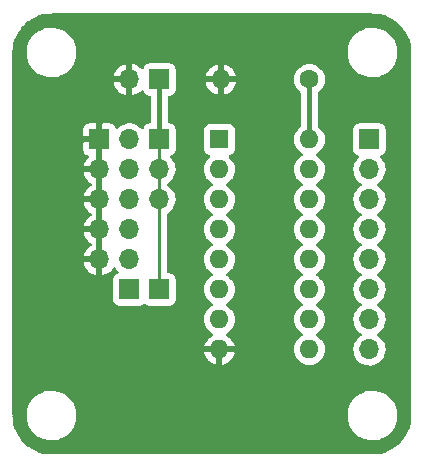
<source format=gbl>
G04 #@! TF.GenerationSoftware,KiCad,Pcbnew,(6.0.0)*
G04 #@! TF.CreationDate,2022-11-09T00:12:50-05:00*
G04 #@! TF.ProjectId,chip select multiplexer,63686970-2073-4656-9c65-6374206d756c,rev?*
G04 #@! TF.SameCoordinates,Original*
G04 #@! TF.FileFunction,Copper,L2,Bot*
G04 #@! TF.FilePolarity,Positive*
%FSLAX46Y46*%
G04 Gerber Fmt 4.6, Leading zero omitted, Abs format (unit mm)*
G04 Created by KiCad (PCBNEW (6.0.0)) date 2022-11-09 00:12:50*
%MOMM*%
%LPD*%
G01*
G04 APERTURE LIST*
G04 #@! TA.AperFunction,ComponentPad*
%ADD10R,1.700000X1.700000*%
G04 #@! TD*
G04 #@! TA.AperFunction,ComponentPad*
%ADD11O,1.700000X1.700000*%
G04 #@! TD*
G04 #@! TA.AperFunction,ComponentPad*
%ADD12R,1.600000X1.600000*%
G04 #@! TD*
G04 #@! TA.AperFunction,ComponentPad*
%ADD13O,1.600000X1.600000*%
G04 #@! TD*
G04 #@! TA.AperFunction,ComponentPad*
%ADD14C,1.600000*%
G04 #@! TD*
G04 #@! TA.AperFunction,Conductor*
%ADD15C,0.400000*%
G04 #@! TD*
G04 #@! TA.AperFunction,Conductor*
%ADD16C,0.250000*%
G04 #@! TD*
G04 APERTURE END LIST*
D10*
X127000000Y-81280000D03*
D11*
X127000000Y-83820000D03*
X127000000Y-86360000D03*
X127000000Y-88900000D03*
X127000000Y-91440000D03*
D10*
X132080000Y-81280000D03*
D11*
X132080000Y-83820000D03*
X132080000Y-86360000D03*
D10*
X129540000Y-93980000D03*
D11*
X129540000Y-91440000D03*
X129540000Y-88900000D03*
X129540000Y-86360000D03*
X129540000Y-83820000D03*
X129540000Y-81280000D03*
D10*
X132080000Y-93980000D03*
D12*
X137160000Y-81280000D03*
D13*
X137160000Y-83820000D03*
X137160000Y-86360000D03*
X137160000Y-88900000D03*
X137160000Y-91440000D03*
X137160000Y-93980000D03*
X137160000Y-96520000D03*
X137160000Y-99060000D03*
X144780000Y-99060000D03*
X144780000Y-96520000D03*
X144780000Y-93980000D03*
X144780000Y-91440000D03*
X144780000Y-88900000D03*
X144780000Y-86360000D03*
X144780000Y-83820000D03*
X144780000Y-81280000D03*
D14*
X144780000Y-76200000D03*
D13*
X137280000Y-76200000D03*
D10*
X132080000Y-76200000D03*
D11*
X129540000Y-76200000D03*
D10*
X149860000Y-81280000D03*
D11*
X149860000Y-83820000D03*
X149860000Y-86360000D03*
X149860000Y-88900000D03*
X149860000Y-91440000D03*
X149860000Y-93980000D03*
X149860000Y-96520000D03*
X149860000Y-99060000D03*
D15*
X132080000Y-76200000D02*
X132080000Y-81280000D01*
D16*
X132080000Y-93980000D02*
X132080000Y-81280000D01*
D15*
X144780000Y-76200000D02*
X144780000Y-81280000D01*
G04 #@! TA.AperFunction,Conductor*
G36*
X150084057Y-70613500D02*
G01*
X150098858Y-70615805D01*
X150098861Y-70615805D01*
X150107730Y-70617186D01*
X150126411Y-70614743D01*
X150149342Y-70613852D01*
X150452557Y-70629743D01*
X150465665Y-70631120D01*
X150705285Y-70669072D01*
X150794002Y-70683123D01*
X150806902Y-70685865D01*
X151128000Y-70771903D01*
X151140536Y-70775977D01*
X151413358Y-70880703D01*
X151450876Y-70895105D01*
X151462924Y-70900469D01*
X151759120Y-71051388D01*
X151770536Y-71057979D01*
X152049334Y-71239033D01*
X152059996Y-71246779D01*
X152318344Y-71455984D01*
X152328145Y-71464810D01*
X152563190Y-71699855D01*
X152572015Y-71709655D01*
X152714787Y-71885964D01*
X152781221Y-71968004D01*
X152788967Y-71978666D01*
X152970018Y-72257459D01*
X152976612Y-72268880D01*
X153127531Y-72565076D01*
X153132895Y-72577124D01*
X153252021Y-72887456D01*
X153256097Y-72900000D01*
X153342135Y-73221098D01*
X153344877Y-73233998D01*
X153385760Y-73492124D01*
X153396879Y-73562329D01*
X153398257Y-73575443D01*
X153408823Y-73777049D01*
X153413764Y-73871330D01*
X153412436Y-73897312D01*
X153412195Y-73898856D01*
X153412195Y-73898860D01*
X153410814Y-73907730D01*
X153411978Y-73916632D01*
X153411978Y-73916635D01*
X153414936Y-73939251D01*
X153416000Y-73955589D01*
X153416000Y-104598672D01*
X153414500Y-104618056D01*
X153410814Y-104641730D01*
X153413257Y-104660410D01*
X153414148Y-104683343D01*
X153398257Y-104986554D01*
X153396880Y-104999665D01*
X153383656Y-105083159D01*
X153344877Y-105328002D01*
X153342135Y-105340902D01*
X153256097Y-105662000D01*
X153252021Y-105674544D01*
X153132895Y-105984876D01*
X153127531Y-105996924D01*
X152976612Y-106293120D01*
X152970021Y-106304536D01*
X152788967Y-106583334D01*
X152781224Y-106593992D01*
X152572016Y-106852344D01*
X152563190Y-106862145D01*
X152328145Y-107097190D01*
X152318344Y-107106016D01*
X152059996Y-107315221D01*
X152049334Y-107322967D01*
X151770536Y-107504021D01*
X151759120Y-107510612D01*
X151462924Y-107661531D01*
X151450875Y-107666895D01*
X151140536Y-107786023D01*
X151128000Y-107790097D01*
X150806902Y-107876135D01*
X150794002Y-107878877D01*
X150705285Y-107892928D01*
X150465665Y-107930880D01*
X150452557Y-107932257D01*
X150156666Y-107947764D01*
X150130688Y-107946436D01*
X150129144Y-107946195D01*
X150129140Y-107946195D01*
X150120270Y-107944814D01*
X150111368Y-107945978D01*
X150111365Y-107945978D01*
X150088749Y-107948936D01*
X150072411Y-107950000D01*
X122985328Y-107950000D01*
X122965943Y-107948500D01*
X122951142Y-107946195D01*
X122951139Y-107946195D01*
X122942270Y-107944814D01*
X122923589Y-107947257D01*
X122900658Y-107948148D01*
X122597443Y-107932257D01*
X122584335Y-107930880D01*
X122344715Y-107892928D01*
X122255998Y-107878877D01*
X122243098Y-107876135D01*
X121922000Y-107790097D01*
X121909464Y-107786023D01*
X121599125Y-107666895D01*
X121587076Y-107661531D01*
X121290880Y-107510612D01*
X121279464Y-107504021D01*
X121000666Y-107322967D01*
X120990004Y-107315221D01*
X120731656Y-107106016D01*
X120721855Y-107097190D01*
X120486810Y-106862145D01*
X120477984Y-106852344D01*
X120268776Y-106593992D01*
X120261033Y-106583334D01*
X120079979Y-106304536D01*
X120073388Y-106293120D01*
X119922469Y-105996924D01*
X119917105Y-105984876D01*
X119797979Y-105674544D01*
X119793903Y-105662000D01*
X119707865Y-105340902D01*
X119705123Y-105328002D01*
X119666344Y-105083159D01*
X119653120Y-104999665D01*
X119651743Y-104986554D01*
X119641887Y-104798488D01*
X119640955Y-104780703D01*
X120826743Y-104780703D01*
X120864268Y-105065734D01*
X120940129Y-105343036D01*
X120941813Y-105346984D01*
X120982460Y-105442278D01*
X121052923Y-105607476D01*
X121200561Y-105854161D01*
X121380313Y-106078528D01*
X121588851Y-106276423D01*
X121822317Y-106444186D01*
X121826112Y-106446195D01*
X121826113Y-106446196D01*
X121847869Y-106457715D01*
X122076392Y-106578712D01*
X122346373Y-106677511D01*
X122627264Y-106738755D01*
X122655841Y-106741004D01*
X122850282Y-106756307D01*
X122850291Y-106756307D01*
X122852739Y-106756500D01*
X123008271Y-106756500D01*
X123010407Y-106756354D01*
X123010418Y-106756354D01*
X123218548Y-106742165D01*
X123218554Y-106742164D01*
X123222825Y-106741873D01*
X123227020Y-106741004D01*
X123227022Y-106741004D01*
X123363584Y-106712723D01*
X123504342Y-106683574D01*
X123775343Y-106587607D01*
X124030812Y-106455750D01*
X124034313Y-106453289D01*
X124034317Y-106453287D01*
X124148418Y-106373095D01*
X124266023Y-106290441D01*
X124476622Y-106094740D01*
X124658713Y-105872268D01*
X124808927Y-105627142D01*
X124924483Y-105363898D01*
X125003244Y-105087406D01*
X125043751Y-104802784D01*
X125043845Y-104784951D01*
X125043867Y-104780703D01*
X148004743Y-104780703D01*
X148042268Y-105065734D01*
X148118129Y-105343036D01*
X148119813Y-105346984D01*
X148160460Y-105442278D01*
X148230923Y-105607476D01*
X148378561Y-105854161D01*
X148558313Y-106078528D01*
X148766851Y-106276423D01*
X149000317Y-106444186D01*
X149004112Y-106446195D01*
X149004113Y-106446196D01*
X149025869Y-106457715D01*
X149254392Y-106578712D01*
X149524373Y-106677511D01*
X149805264Y-106738755D01*
X149833841Y-106741004D01*
X150028282Y-106756307D01*
X150028291Y-106756307D01*
X150030739Y-106756500D01*
X150186271Y-106756500D01*
X150188407Y-106756354D01*
X150188418Y-106756354D01*
X150396548Y-106742165D01*
X150396554Y-106742164D01*
X150400825Y-106741873D01*
X150405020Y-106741004D01*
X150405022Y-106741004D01*
X150541584Y-106712723D01*
X150682342Y-106683574D01*
X150953343Y-106587607D01*
X151208812Y-106455750D01*
X151212313Y-106453289D01*
X151212317Y-106453287D01*
X151326418Y-106373095D01*
X151444023Y-106290441D01*
X151654622Y-106094740D01*
X151836713Y-105872268D01*
X151986927Y-105627142D01*
X152102483Y-105363898D01*
X152181244Y-105087406D01*
X152221751Y-104802784D01*
X152221845Y-104784951D01*
X152223235Y-104519583D01*
X152223235Y-104519576D01*
X152223257Y-104515297D01*
X152185732Y-104230266D01*
X152109871Y-103952964D01*
X151997077Y-103688524D01*
X151849439Y-103441839D01*
X151669687Y-103217472D01*
X151461149Y-103019577D01*
X151227683Y-102851814D01*
X151205843Y-102840250D01*
X151182654Y-102827972D01*
X150973608Y-102717288D01*
X150703627Y-102618489D01*
X150422736Y-102557245D01*
X150391685Y-102554801D01*
X150199718Y-102539693D01*
X150199709Y-102539693D01*
X150197261Y-102539500D01*
X150041729Y-102539500D01*
X150039593Y-102539646D01*
X150039582Y-102539646D01*
X149831452Y-102553835D01*
X149831446Y-102553836D01*
X149827175Y-102554127D01*
X149822980Y-102554996D01*
X149822978Y-102554996D01*
X149686417Y-102583276D01*
X149545658Y-102612426D01*
X149274657Y-102708393D01*
X149019188Y-102840250D01*
X149015687Y-102842711D01*
X149015683Y-102842713D01*
X149005594Y-102849804D01*
X148783977Y-103005559D01*
X148573378Y-103201260D01*
X148391287Y-103423732D01*
X148241073Y-103668858D01*
X148125517Y-103932102D01*
X148046756Y-104208594D01*
X148006249Y-104493216D01*
X148006227Y-104497505D01*
X148006226Y-104497512D01*
X148004765Y-104776417D01*
X148004743Y-104780703D01*
X125043867Y-104780703D01*
X125045235Y-104519583D01*
X125045235Y-104519576D01*
X125045257Y-104515297D01*
X125007732Y-104230266D01*
X124931871Y-103952964D01*
X124819077Y-103688524D01*
X124671439Y-103441839D01*
X124491687Y-103217472D01*
X124283149Y-103019577D01*
X124049683Y-102851814D01*
X124027843Y-102840250D01*
X124004654Y-102827972D01*
X123795608Y-102717288D01*
X123525627Y-102618489D01*
X123244736Y-102557245D01*
X123213685Y-102554801D01*
X123021718Y-102539693D01*
X123021709Y-102539693D01*
X123019261Y-102539500D01*
X122863729Y-102539500D01*
X122861593Y-102539646D01*
X122861582Y-102539646D01*
X122653452Y-102553835D01*
X122653446Y-102553836D01*
X122649175Y-102554127D01*
X122644980Y-102554996D01*
X122644978Y-102554996D01*
X122508417Y-102583276D01*
X122367658Y-102612426D01*
X122096657Y-102708393D01*
X121841188Y-102840250D01*
X121837687Y-102842711D01*
X121837683Y-102842713D01*
X121827594Y-102849804D01*
X121605977Y-103005559D01*
X121395378Y-103201260D01*
X121213287Y-103423732D01*
X121063073Y-103668858D01*
X120947517Y-103932102D01*
X120868756Y-104208594D01*
X120828249Y-104493216D01*
X120828227Y-104497505D01*
X120828226Y-104497512D01*
X120826765Y-104776417D01*
X120826743Y-104780703D01*
X119640955Y-104780703D01*
X119636236Y-104690666D01*
X119637564Y-104664688D01*
X119637805Y-104663144D01*
X119637805Y-104663140D01*
X119639186Y-104654270D01*
X119637547Y-104641730D01*
X119635064Y-104622749D01*
X119634000Y-104606411D01*
X119634000Y-99326522D01*
X135877273Y-99326522D01*
X135924764Y-99503761D01*
X135928510Y-99514053D01*
X136020586Y-99711511D01*
X136026069Y-99721007D01*
X136151028Y-99899467D01*
X136158084Y-99907875D01*
X136312125Y-100061916D01*
X136320533Y-100068972D01*
X136498993Y-100193931D01*
X136508489Y-100199414D01*
X136705947Y-100291490D01*
X136716239Y-100295236D01*
X136888503Y-100341394D01*
X136902599Y-100341058D01*
X136906000Y-100333116D01*
X136906000Y-100327967D01*
X137414000Y-100327967D01*
X137417973Y-100341498D01*
X137426522Y-100342727D01*
X137603761Y-100295236D01*
X137614053Y-100291490D01*
X137811511Y-100199414D01*
X137821007Y-100193931D01*
X137999467Y-100068972D01*
X138007875Y-100061916D01*
X138161916Y-99907875D01*
X138168972Y-99899467D01*
X138293931Y-99721007D01*
X138299414Y-99711511D01*
X138391490Y-99514053D01*
X138395236Y-99503761D01*
X138441394Y-99331497D01*
X138441058Y-99317401D01*
X138433116Y-99314000D01*
X137432115Y-99314000D01*
X137416876Y-99318475D01*
X137415671Y-99319865D01*
X137414000Y-99327548D01*
X137414000Y-100327967D01*
X136906000Y-100327967D01*
X136906000Y-99332115D01*
X136901525Y-99316876D01*
X136900135Y-99315671D01*
X136892452Y-99314000D01*
X135892033Y-99314000D01*
X135878502Y-99317973D01*
X135877273Y-99326522D01*
X119634000Y-99326522D01*
X119634000Y-99060000D01*
X143466502Y-99060000D01*
X143486457Y-99288087D01*
X143487881Y-99293400D01*
X143487881Y-99293402D01*
X143535851Y-99472425D01*
X143545716Y-99509243D01*
X143548039Y-99514224D01*
X143548039Y-99514225D01*
X143640151Y-99711762D01*
X143640154Y-99711767D01*
X143642477Y-99716749D01*
X143645634Y-99721257D01*
X143749078Y-99868990D01*
X143773802Y-99904300D01*
X143935700Y-100066198D01*
X143940208Y-100069355D01*
X143940211Y-100069357D01*
X143980445Y-100097529D01*
X144123251Y-100197523D01*
X144128233Y-100199846D01*
X144128238Y-100199849D01*
X144324765Y-100291490D01*
X144330757Y-100294284D01*
X144336065Y-100295706D01*
X144336067Y-100295707D01*
X144546598Y-100352119D01*
X144546600Y-100352119D01*
X144551913Y-100353543D01*
X144780000Y-100373498D01*
X145008087Y-100353543D01*
X145013400Y-100352119D01*
X145013402Y-100352119D01*
X145223933Y-100295707D01*
X145223935Y-100295706D01*
X145229243Y-100294284D01*
X145235235Y-100291490D01*
X145431762Y-100199849D01*
X145431767Y-100199846D01*
X145436749Y-100197523D01*
X145579555Y-100097529D01*
X145619789Y-100069357D01*
X145619792Y-100069355D01*
X145624300Y-100066198D01*
X145786198Y-99904300D01*
X145810923Y-99868990D01*
X145914366Y-99721257D01*
X145917523Y-99716749D01*
X145919846Y-99711767D01*
X145919849Y-99711762D01*
X146011961Y-99514225D01*
X146011961Y-99514224D01*
X146014284Y-99509243D01*
X146024150Y-99472425D01*
X146072119Y-99293402D01*
X146072119Y-99293400D01*
X146073543Y-99288087D01*
X146093498Y-99060000D01*
X146090584Y-99026695D01*
X148497251Y-99026695D01*
X148497548Y-99031848D01*
X148497548Y-99031851D01*
X148503011Y-99126590D01*
X148510110Y-99249715D01*
X148511247Y-99254761D01*
X148511248Y-99254767D01*
X148528680Y-99332115D01*
X148559222Y-99467639D01*
X148643266Y-99674616D01*
X148759987Y-99865088D01*
X148906250Y-100033938D01*
X149078126Y-100176632D01*
X149271000Y-100289338D01*
X149275825Y-100291180D01*
X149275826Y-100291181D01*
X149348612Y-100318975D01*
X149479692Y-100369030D01*
X149484760Y-100370061D01*
X149484763Y-100370062D01*
X149592017Y-100391883D01*
X149698597Y-100413567D01*
X149703772Y-100413757D01*
X149703774Y-100413757D01*
X149916673Y-100421564D01*
X149916677Y-100421564D01*
X149921837Y-100421753D01*
X149926957Y-100421097D01*
X149926959Y-100421097D01*
X150138288Y-100394025D01*
X150138289Y-100394025D01*
X150143416Y-100393368D01*
X150209646Y-100373498D01*
X150352429Y-100330661D01*
X150352434Y-100330659D01*
X150357384Y-100329174D01*
X150557994Y-100230896D01*
X150739860Y-100101173D01*
X150771788Y-100069357D01*
X150894435Y-99947137D01*
X150898096Y-99943489D01*
X150929498Y-99899789D01*
X151025435Y-99766277D01*
X151028453Y-99762077D01*
X151048628Y-99721257D01*
X151125136Y-99566453D01*
X151125137Y-99566451D01*
X151127430Y-99561811D01*
X151192370Y-99348069D01*
X151221529Y-99126590D01*
X151223156Y-99060000D01*
X151204852Y-98837361D01*
X151150431Y-98620702D01*
X151061354Y-98415840D01*
X150940014Y-98228277D01*
X150789670Y-98063051D01*
X150785619Y-98059852D01*
X150785615Y-98059848D01*
X150618414Y-97927800D01*
X150618410Y-97927798D01*
X150614359Y-97924598D01*
X150573053Y-97901796D01*
X150523084Y-97851364D01*
X150508312Y-97781921D01*
X150533428Y-97715516D01*
X150560780Y-97688909D01*
X150609207Y-97654366D01*
X150739860Y-97561173D01*
X150771788Y-97529357D01*
X150894435Y-97407137D01*
X150898096Y-97403489D01*
X150929498Y-97359789D01*
X151025435Y-97226277D01*
X151028453Y-97222077D01*
X151048628Y-97181257D01*
X151125136Y-97026453D01*
X151125137Y-97026451D01*
X151127430Y-97021811D01*
X151192370Y-96808069D01*
X151221529Y-96586590D01*
X151223156Y-96520000D01*
X151204852Y-96297361D01*
X151150431Y-96080702D01*
X151061354Y-95875840D01*
X150940014Y-95688277D01*
X150789670Y-95523051D01*
X150785619Y-95519852D01*
X150785615Y-95519848D01*
X150618414Y-95387800D01*
X150618410Y-95387798D01*
X150614359Y-95384598D01*
X150573053Y-95361796D01*
X150523084Y-95311364D01*
X150508312Y-95241921D01*
X150533428Y-95175516D01*
X150560780Y-95148909D01*
X150609207Y-95114366D01*
X150739860Y-95021173D01*
X150771788Y-94989357D01*
X150883400Y-94878134D01*
X150898096Y-94863489D01*
X150929498Y-94819789D01*
X151025435Y-94686277D01*
X151028453Y-94682077D01*
X151048628Y-94641257D01*
X151125136Y-94486453D01*
X151125137Y-94486451D01*
X151127430Y-94481811D01*
X151192370Y-94268069D01*
X151221529Y-94046590D01*
X151223156Y-93980000D01*
X151204852Y-93757361D01*
X151150431Y-93540702D01*
X151061354Y-93335840D01*
X150940014Y-93148277D01*
X150789670Y-92983051D01*
X150785619Y-92979852D01*
X150785615Y-92979848D01*
X150618414Y-92847800D01*
X150618410Y-92847798D01*
X150614359Y-92844598D01*
X150573053Y-92821796D01*
X150523084Y-92771364D01*
X150508312Y-92701921D01*
X150533428Y-92635516D01*
X150560780Y-92608909D01*
X150624271Y-92563621D01*
X150739860Y-92481173D01*
X150771788Y-92449357D01*
X150894435Y-92327137D01*
X150898096Y-92323489D01*
X150929498Y-92279789D01*
X151025435Y-92146277D01*
X151028453Y-92142077D01*
X151041995Y-92114678D01*
X151125136Y-91946453D01*
X151125137Y-91946451D01*
X151127430Y-91941811D01*
X151192370Y-91728069D01*
X151221529Y-91506590D01*
X151223156Y-91440000D01*
X151204852Y-91217361D01*
X151150431Y-91000702D01*
X151061354Y-90795840D01*
X150940014Y-90608277D01*
X150789670Y-90443051D01*
X150785619Y-90439852D01*
X150785615Y-90439848D01*
X150618414Y-90307800D01*
X150618410Y-90307798D01*
X150614359Y-90304598D01*
X150573053Y-90281796D01*
X150523084Y-90231364D01*
X150508312Y-90161921D01*
X150533428Y-90095516D01*
X150560780Y-90068909D01*
X150609207Y-90034366D01*
X150739860Y-89941173D01*
X150771788Y-89909357D01*
X150894435Y-89787137D01*
X150898096Y-89783489D01*
X150929498Y-89739789D01*
X151025435Y-89606277D01*
X151028453Y-89602077D01*
X151041995Y-89574678D01*
X151125136Y-89406453D01*
X151125137Y-89406451D01*
X151127430Y-89401811D01*
X151192370Y-89188069D01*
X151221529Y-88966590D01*
X151223156Y-88900000D01*
X151204852Y-88677361D01*
X151150431Y-88460702D01*
X151061354Y-88255840D01*
X150940014Y-88068277D01*
X150789670Y-87903051D01*
X150785619Y-87899852D01*
X150785615Y-87899848D01*
X150618414Y-87767800D01*
X150618410Y-87767798D01*
X150614359Y-87764598D01*
X150573053Y-87741796D01*
X150523084Y-87691364D01*
X150508312Y-87621921D01*
X150533428Y-87555516D01*
X150560780Y-87528909D01*
X150609207Y-87494366D01*
X150739860Y-87401173D01*
X150771788Y-87369357D01*
X150894435Y-87247137D01*
X150898096Y-87243489D01*
X150929498Y-87199789D01*
X151025435Y-87066277D01*
X151028453Y-87062077D01*
X151041995Y-87034678D01*
X151125136Y-86866453D01*
X151125137Y-86866451D01*
X151127430Y-86861811D01*
X151192370Y-86648069D01*
X151221529Y-86426590D01*
X151223156Y-86360000D01*
X151204852Y-86137361D01*
X151150431Y-85920702D01*
X151061354Y-85715840D01*
X150940014Y-85528277D01*
X150789670Y-85363051D01*
X150785619Y-85359852D01*
X150785615Y-85359848D01*
X150618414Y-85227800D01*
X150618410Y-85227798D01*
X150614359Y-85224598D01*
X150573053Y-85201796D01*
X150523084Y-85151364D01*
X150508312Y-85081921D01*
X150533428Y-85015516D01*
X150560780Y-84988909D01*
X150609207Y-84954366D01*
X150739860Y-84861173D01*
X150771788Y-84829357D01*
X150894435Y-84707137D01*
X150898096Y-84703489D01*
X150929498Y-84659789D01*
X151025435Y-84526277D01*
X151028453Y-84522077D01*
X151041995Y-84494678D01*
X151125136Y-84326453D01*
X151125137Y-84326451D01*
X151127430Y-84321811D01*
X151192370Y-84108069D01*
X151221529Y-83886590D01*
X151223156Y-83820000D01*
X151204852Y-83597361D01*
X151150431Y-83380702D01*
X151061354Y-83175840D01*
X150940014Y-82988277D01*
X150920405Y-82966727D01*
X150792798Y-82826488D01*
X150761746Y-82762642D01*
X150770141Y-82692143D01*
X150815317Y-82637375D01*
X150841761Y-82623706D01*
X150948297Y-82583767D01*
X150956705Y-82580615D01*
X151073261Y-82493261D01*
X151160615Y-82376705D01*
X151211745Y-82240316D01*
X151218500Y-82178134D01*
X151218500Y-80381866D01*
X151211745Y-80319684D01*
X151160615Y-80183295D01*
X151073261Y-80066739D01*
X150956705Y-79979385D01*
X150820316Y-79928255D01*
X150758134Y-79921500D01*
X148961866Y-79921500D01*
X148899684Y-79928255D01*
X148763295Y-79979385D01*
X148646739Y-80066739D01*
X148559385Y-80183295D01*
X148508255Y-80319684D01*
X148501500Y-80381866D01*
X148501500Y-82178134D01*
X148508255Y-82240316D01*
X148559385Y-82376705D01*
X148646739Y-82493261D01*
X148763295Y-82580615D01*
X148771704Y-82583767D01*
X148771705Y-82583768D01*
X148880451Y-82624535D01*
X148937216Y-82667176D01*
X148961916Y-82733738D01*
X148946709Y-82803087D01*
X148927316Y-82829568D01*
X148800629Y-82962138D01*
X148797720Y-82966403D01*
X148797714Y-82966411D01*
X148788300Y-82980211D01*
X148674743Y-83146680D01*
X148580688Y-83349305D01*
X148520989Y-83564570D01*
X148497251Y-83786695D01*
X148497548Y-83791848D01*
X148497548Y-83791851D01*
X148503011Y-83886590D01*
X148510110Y-84009715D01*
X148511247Y-84014761D01*
X148511248Y-84014767D01*
X148525493Y-84077973D01*
X148559222Y-84227639D01*
X148643266Y-84434616D01*
X148694019Y-84517438D01*
X148757291Y-84620688D01*
X148759987Y-84625088D01*
X148906250Y-84793938D01*
X149078126Y-84936632D01*
X149145163Y-84975805D01*
X149151445Y-84979476D01*
X149200169Y-85031114D01*
X149213240Y-85100897D01*
X149186509Y-85166669D01*
X149146055Y-85200027D01*
X149133607Y-85206507D01*
X149129474Y-85209610D01*
X149129471Y-85209612D01*
X149108132Y-85225634D01*
X148954965Y-85340635D01*
X148800629Y-85502138D01*
X148797720Y-85506403D01*
X148797714Y-85506411D01*
X148788300Y-85520211D01*
X148674743Y-85686680D01*
X148580688Y-85889305D01*
X148520989Y-86104570D01*
X148497251Y-86326695D01*
X148497548Y-86331848D01*
X148497548Y-86331851D01*
X148503011Y-86426590D01*
X148510110Y-86549715D01*
X148511247Y-86554761D01*
X148511248Y-86554767D01*
X148525493Y-86617973D01*
X148559222Y-86767639D01*
X148643266Y-86974616D01*
X148694019Y-87057438D01*
X148757291Y-87160688D01*
X148759987Y-87165088D01*
X148906250Y-87333938D01*
X149078126Y-87476632D01*
X149145163Y-87515805D01*
X149151445Y-87519476D01*
X149200169Y-87571114D01*
X149213240Y-87640897D01*
X149186509Y-87706669D01*
X149146055Y-87740027D01*
X149133607Y-87746507D01*
X149129474Y-87749610D01*
X149129471Y-87749612D01*
X149108132Y-87765634D01*
X148954965Y-87880635D01*
X148800629Y-88042138D01*
X148797715Y-88046410D01*
X148797714Y-88046411D01*
X148788300Y-88060211D01*
X148674743Y-88226680D01*
X148580688Y-88429305D01*
X148520989Y-88644570D01*
X148497251Y-88866695D01*
X148497548Y-88871848D01*
X148497548Y-88871851D01*
X148503011Y-88966590D01*
X148510110Y-89089715D01*
X148511247Y-89094761D01*
X148511248Y-89094767D01*
X148525493Y-89157973D01*
X148559222Y-89307639D01*
X148643266Y-89514616D01*
X148645965Y-89519020D01*
X148757291Y-89700688D01*
X148759987Y-89705088D01*
X148906250Y-89873938D01*
X149078126Y-90016632D01*
X149145163Y-90055805D01*
X149151445Y-90059476D01*
X149200169Y-90111114D01*
X149213240Y-90180897D01*
X149186509Y-90246669D01*
X149146055Y-90280027D01*
X149133607Y-90286507D01*
X149129474Y-90289610D01*
X149129471Y-90289612D01*
X149108132Y-90305634D01*
X148954965Y-90420635D01*
X148800629Y-90582138D01*
X148797715Y-90586410D01*
X148797714Y-90586411D01*
X148788300Y-90600211D01*
X148674743Y-90766680D01*
X148580688Y-90969305D01*
X148520989Y-91184570D01*
X148497251Y-91406695D01*
X148497548Y-91411848D01*
X148497548Y-91411851D01*
X148503011Y-91506590D01*
X148510110Y-91629715D01*
X148511247Y-91634761D01*
X148511248Y-91634767D01*
X148525493Y-91697973D01*
X148559222Y-91847639D01*
X148643266Y-92054616D01*
X148645965Y-92059020D01*
X148757291Y-92240688D01*
X148759987Y-92245088D01*
X148906250Y-92413938D01*
X149078126Y-92556632D01*
X149139196Y-92592318D01*
X149151445Y-92599476D01*
X149200169Y-92651114D01*
X149213240Y-92720897D01*
X149186509Y-92786669D01*
X149146055Y-92820027D01*
X149133607Y-92826507D01*
X149129474Y-92829610D01*
X149129471Y-92829612D01*
X148959100Y-92957530D01*
X148954965Y-92960635D01*
X148800629Y-93122138D01*
X148797715Y-93126410D01*
X148797714Y-93126411D01*
X148788300Y-93140211D01*
X148674743Y-93306680D01*
X148580688Y-93509305D01*
X148520989Y-93724570D01*
X148497251Y-93946695D01*
X148497548Y-93951848D01*
X148497548Y-93951851D01*
X148503011Y-94046590D01*
X148510110Y-94169715D01*
X148511247Y-94174761D01*
X148511248Y-94174767D01*
X148519955Y-94213402D01*
X148559222Y-94387639D01*
X148643266Y-94594616D01*
X148759987Y-94785088D01*
X148906250Y-94953938D01*
X149078126Y-95096632D01*
X149145163Y-95135805D01*
X149151445Y-95139476D01*
X149200169Y-95191114D01*
X149213240Y-95260897D01*
X149186509Y-95326669D01*
X149146055Y-95360027D01*
X149133607Y-95366507D01*
X149129474Y-95369610D01*
X149129471Y-95369612D01*
X149108132Y-95385634D01*
X148954965Y-95500635D01*
X148800629Y-95662138D01*
X148797715Y-95666410D01*
X148797714Y-95666411D01*
X148788300Y-95680211D01*
X148674743Y-95846680D01*
X148580688Y-96049305D01*
X148520989Y-96264570D01*
X148497251Y-96486695D01*
X148497548Y-96491848D01*
X148497548Y-96491851D01*
X148503011Y-96586590D01*
X148510110Y-96709715D01*
X148511247Y-96714761D01*
X148511248Y-96714767D01*
X148519955Y-96753402D01*
X148559222Y-96927639D01*
X148643266Y-97134616D01*
X148759987Y-97325088D01*
X148906250Y-97493938D01*
X149078126Y-97636632D01*
X149145163Y-97675805D01*
X149151445Y-97679476D01*
X149200169Y-97731114D01*
X149213240Y-97800897D01*
X149186509Y-97866669D01*
X149146055Y-97900027D01*
X149133607Y-97906507D01*
X149129474Y-97909610D01*
X149129471Y-97909612D01*
X149105247Y-97927800D01*
X148954965Y-98040635D01*
X148800629Y-98202138D01*
X148797715Y-98206410D01*
X148797714Y-98206411D01*
X148788300Y-98220211D01*
X148674743Y-98386680D01*
X148580688Y-98589305D01*
X148520989Y-98804570D01*
X148497251Y-99026695D01*
X146090584Y-99026695D01*
X146073543Y-98831913D01*
X146066600Y-98806000D01*
X146015707Y-98616067D01*
X146015706Y-98616065D01*
X146014284Y-98610757D01*
X146002092Y-98584610D01*
X145919849Y-98408238D01*
X145919846Y-98408233D01*
X145917523Y-98403251D01*
X145844098Y-98298389D01*
X145789357Y-98220211D01*
X145789355Y-98220208D01*
X145786198Y-98215700D01*
X145624300Y-98053802D01*
X145619792Y-98050645D01*
X145619789Y-98050643D01*
X145541611Y-97995902D01*
X145436749Y-97922477D01*
X145431767Y-97920154D01*
X145431762Y-97920151D01*
X145397543Y-97904195D01*
X145344258Y-97857278D01*
X145324797Y-97789001D01*
X145345339Y-97721041D01*
X145397543Y-97675805D01*
X145431762Y-97659849D01*
X145431767Y-97659846D01*
X145436749Y-97657523D01*
X145579555Y-97557529D01*
X145619789Y-97529357D01*
X145619792Y-97529355D01*
X145624300Y-97526198D01*
X145786198Y-97364300D01*
X145810923Y-97328990D01*
X145914366Y-97181257D01*
X145917523Y-97176749D01*
X145919846Y-97171767D01*
X145919849Y-97171762D01*
X146011961Y-96974225D01*
X146011961Y-96974224D01*
X146014284Y-96969243D01*
X146024150Y-96932425D01*
X146072119Y-96753402D01*
X146072119Y-96753400D01*
X146073543Y-96748087D01*
X146093498Y-96520000D01*
X146073543Y-96291913D01*
X146067593Y-96269707D01*
X146015707Y-96076067D01*
X146015706Y-96076065D01*
X146014284Y-96070757D01*
X146002092Y-96044610D01*
X145919849Y-95868238D01*
X145919846Y-95868233D01*
X145917523Y-95863251D01*
X145844098Y-95758389D01*
X145789357Y-95680211D01*
X145789355Y-95680208D01*
X145786198Y-95675700D01*
X145624300Y-95513802D01*
X145619792Y-95510645D01*
X145619789Y-95510643D01*
X145541611Y-95455902D01*
X145436749Y-95382477D01*
X145431767Y-95380154D01*
X145431762Y-95380151D01*
X145397543Y-95364195D01*
X145344258Y-95317278D01*
X145324797Y-95249001D01*
X145345339Y-95181041D01*
X145397543Y-95135805D01*
X145431762Y-95119849D01*
X145431767Y-95119846D01*
X145436749Y-95117523D01*
X145579555Y-95017529D01*
X145619789Y-94989357D01*
X145619792Y-94989355D01*
X145624300Y-94986198D01*
X145786198Y-94824300D01*
X145810923Y-94788990D01*
X145914366Y-94641257D01*
X145917523Y-94636749D01*
X145919846Y-94631767D01*
X145919849Y-94631762D01*
X146011961Y-94434225D01*
X146011961Y-94434224D01*
X146014284Y-94429243D01*
X146024150Y-94392425D01*
X146072119Y-94213402D01*
X146072119Y-94213400D01*
X146073543Y-94208087D01*
X146093498Y-93980000D01*
X146073543Y-93751913D01*
X146067593Y-93729707D01*
X146015707Y-93536067D01*
X146015706Y-93536065D01*
X146014284Y-93530757D01*
X146002092Y-93504610D01*
X145919849Y-93328238D01*
X145919846Y-93328233D01*
X145917523Y-93323251D01*
X145844098Y-93218389D01*
X145789357Y-93140211D01*
X145789355Y-93140208D01*
X145786198Y-93135700D01*
X145624300Y-92973802D01*
X145619792Y-92970645D01*
X145619789Y-92970643D01*
X145484780Y-92876109D01*
X145436749Y-92842477D01*
X145431767Y-92840154D01*
X145431762Y-92840151D01*
X145397543Y-92824195D01*
X145344258Y-92777278D01*
X145324797Y-92709001D01*
X145345339Y-92641041D01*
X145397543Y-92595805D01*
X145431762Y-92579849D01*
X145431767Y-92579846D01*
X145436749Y-92577523D01*
X145570069Y-92484171D01*
X145619789Y-92449357D01*
X145619792Y-92449355D01*
X145624300Y-92446198D01*
X145786198Y-92284300D01*
X145810923Y-92248990D01*
X145885784Y-92142077D01*
X145917523Y-92096749D01*
X145919846Y-92091767D01*
X145919849Y-92091762D01*
X146011961Y-91894225D01*
X146011961Y-91894224D01*
X146014284Y-91889243D01*
X146024150Y-91852425D01*
X146072119Y-91673402D01*
X146072119Y-91673400D01*
X146073543Y-91668087D01*
X146093498Y-91440000D01*
X146073543Y-91211913D01*
X146066600Y-91186000D01*
X146015707Y-90996067D01*
X146015706Y-90996065D01*
X146014284Y-90990757D01*
X146002092Y-90964610D01*
X145919849Y-90788238D01*
X145919846Y-90788233D01*
X145917523Y-90783251D01*
X145798260Y-90612926D01*
X145789357Y-90600211D01*
X145789355Y-90600208D01*
X145786198Y-90595700D01*
X145624300Y-90433802D01*
X145619792Y-90430645D01*
X145619789Y-90430643D01*
X145541611Y-90375902D01*
X145436749Y-90302477D01*
X145431767Y-90300154D01*
X145431762Y-90300151D01*
X145397543Y-90284195D01*
X145344258Y-90237278D01*
X145324797Y-90169001D01*
X145345339Y-90101041D01*
X145397543Y-90055805D01*
X145431762Y-90039849D01*
X145431767Y-90039846D01*
X145436749Y-90037523D01*
X145570069Y-89944171D01*
X145619789Y-89909357D01*
X145619792Y-89909355D01*
X145624300Y-89906198D01*
X145786198Y-89744300D01*
X145810923Y-89708990D01*
X145885784Y-89602077D01*
X145917523Y-89556749D01*
X145919846Y-89551767D01*
X145919849Y-89551762D01*
X146011961Y-89354225D01*
X146011961Y-89354224D01*
X146014284Y-89349243D01*
X146024150Y-89312425D01*
X146072119Y-89133402D01*
X146072119Y-89133400D01*
X146073543Y-89128087D01*
X146093498Y-88900000D01*
X146073543Y-88671913D01*
X146066600Y-88646000D01*
X146015707Y-88456067D01*
X146015706Y-88456065D01*
X146014284Y-88450757D01*
X146002092Y-88424610D01*
X145919849Y-88248238D01*
X145919846Y-88248233D01*
X145917523Y-88243251D01*
X145798260Y-88072926D01*
X145789357Y-88060211D01*
X145789355Y-88060208D01*
X145786198Y-88055700D01*
X145624300Y-87893802D01*
X145619792Y-87890645D01*
X145619789Y-87890643D01*
X145541611Y-87835902D01*
X145436749Y-87762477D01*
X145431767Y-87760154D01*
X145431762Y-87760151D01*
X145397543Y-87744195D01*
X145344258Y-87697278D01*
X145324797Y-87629001D01*
X145345339Y-87561041D01*
X145397543Y-87515805D01*
X145431762Y-87499849D01*
X145431767Y-87499846D01*
X145436749Y-87497523D01*
X145570069Y-87404171D01*
X145619789Y-87369357D01*
X145619792Y-87369355D01*
X145624300Y-87366198D01*
X145786198Y-87204300D01*
X145810923Y-87168990D01*
X145885784Y-87062077D01*
X145917523Y-87016749D01*
X145919846Y-87011767D01*
X145919849Y-87011762D01*
X146011961Y-86814225D01*
X146011961Y-86814224D01*
X146014284Y-86809243D01*
X146024150Y-86772425D01*
X146072119Y-86593402D01*
X146072119Y-86593400D01*
X146073543Y-86588087D01*
X146093498Y-86360000D01*
X146073543Y-86131913D01*
X146066600Y-86106000D01*
X146015707Y-85916067D01*
X146015706Y-85916065D01*
X146014284Y-85910757D01*
X146002092Y-85884610D01*
X145919849Y-85708238D01*
X145919846Y-85708233D01*
X145917523Y-85703251D01*
X145798260Y-85532926D01*
X145789357Y-85520211D01*
X145789355Y-85520208D01*
X145786198Y-85515700D01*
X145624300Y-85353802D01*
X145619792Y-85350645D01*
X145619789Y-85350643D01*
X145541611Y-85295902D01*
X145436749Y-85222477D01*
X145431767Y-85220154D01*
X145431762Y-85220151D01*
X145397543Y-85204195D01*
X145344258Y-85157278D01*
X145324797Y-85089001D01*
X145345339Y-85021041D01*
X145397543Y-84975805D01*
X145431762Y-84959849D01*
X145431767Y-84959846D01*
X145436749Y-84957523D01*
X145570069Y-84864171D01*
X145619789Y-84829357D01*
X145619792Y-84829355D01*
X145624300Y-84826198D01*
X145786198Y-84664300D01*
X145810923Y-84628990D01*
X145885784Y-84522077D01*
X145917523Y-84476749D01*
X145919846Y-84471767D01*
X145919849Y-84471762D01*
X146011961Y-84274225D01*
X146011961Y-84274224D01*
X146014284Y-84269243D01*
X146024150Y-84232425D01*
X146072119Y-84053402D01*
X146072119Y-84053400D01*
X146073543Y-84048087D01*
X146093498Y-83820000D01*
X146073543Y-83591913D01*
X146066600Y-83566000D01*
X146015707Y-83376067D01*
X146015706Y-83376065D01*
X146014284Y-83370757D01*
X146002092Y-83344610D01*
X145919849Y-83168238D01*
X145919846Y-83168233D01*
X145917523Y-83163251D01*
X145798260Y-82992926D01*
X145789357Y-82980211D01*
X145789355Y-82980208D01*
X145786198Y-82975700D01*
X145624300Y-82813802D01*
X145619792Y-82810645D01*
X145619789Y-82810643D01*
X145541611Y-82755902D01*
X145436749Y-82682477D01*
X145431767Y-82680154D01*
X145431762Y-82680151D01*
X145397543Y-82664195D01*
X145344258Y-82617278D01*
X145324797Y-82549001D01*
X145345339Y-82481041D01*
X145397543Y-82435805D01*
X145431762Y-82419849D01*
X145431767Y-82419846D01*
X145436749Y-82417523D01*
X145579555Y-82317529D01*
X145619789Y-82289357D01*
X145619792Y-82289355D01*
X145624300Y-82286198D01*
X145786198Y-82124300D01*
X145917523Y-81936749D01*
X145919846Y-81931767D01*
X145919849Y-81931762D01*
X146011961Y-81734225D01*
X146011961Y-81734224D01*
X146014284Y-81729243D01*
X146062970Y-81547548D01*
X146072119Y-81513402D01*
X146072119Y-81513400D01*
X146073543Y-81508087D01*
X146093498Y-81280000D01*
X146073543Y-81051913D01*
X146066600Y-81026000D01*
X146015707Y-80836067D01*
X146015706Y-80836065D01*
X146014284Y-80830757D01*
X146004281Y-80809305D01*
X145919849Y-80628238D01*
X145919846Y-80628233D01*
X145917523Y-80623251D01*
X145786198Y-80435700D01*
X145624300Y-80273802D01*
X145619792Y-80270645D01*
X145619789Y-80270643D01*
X145542229Y-80216335D01*
X145497901Y-80160878D01*
X145488500Y-80113122D01*
X145488500Y-77366878D01*
X145508502Y-77298757D01*
X145542229Y-77263665D01*
X145619789Y-77209357D01*
X145619792Y-77209355D01*
X145624300Y-77206198D01*
X145786198Y-77044300D01*
X145917523Y-76856749D01*
X145919846Y-76851767D01*
X145919849Y-76851762D01*
X146011961Y-76654225D01*
X146011961Y-76654224D01*
X146014284Y-76649243D01*
X146062858Y-76467966D01*
X146072119Y-76433402D01*
X146072119Y-76433400D01*
X146073543Y-76428087D01*
X146093498Y-76200000D01*
X146073543Y-75971913D01*
X146065829Y-75943124D01*
X146015707Y-75756067D01*
X146015706Y-75756065D01*
X146014284Y-75750757D01*
X146000758Y-75721750D01*
X145919849Y-75548238D01*
X145919846Y-75548233D01*
X145917523Y-75543251D01*
X145844098Y-75438389D01*
X145789357Y-75360211D01*
X145789355Y-75360208D01*
X145786198Y-75355700D01*
X145624300Y-75193802D01*
X145619792Y-75190645D01*
X145619789Y-75190643D01*
X145519130Y-75120161D01*
X145436749Y-75062477D01*
X145431767Y-75060154D01*
X145431762Y-75060151D01*
X145234225Y-74968039D01*
X145234224Y-74968039D01*
X145229243Y-74965716D01*
X145223935Y-74964294D01*
X145223933Y-74964293D01*
X145013402Y-74907881D01*
X145013400Y-74907881D01*
X145008087Y-74906457D01*
X144780000Y-74886502D01*
X144551913Y-74906457D01*
X144546600Y-74907881D01*
X144546598Y-74907881D01*
X144336067Y-74964293D01*
X144336065Y-74964294D01*
X144330757Y-74965716D01*
X144325776Y-74968039D01*
X144325775Y-74968039D01*
X144128238Y-75060151D01*
X144128233Y-75060154D01*
X144123251Y-75062477D01*
X144040870Y-75120161D01*
X143940211Y-75190643D01*
X143940208Y-75190645D01*
X143935700Y-75193802D01*
X143773802Y-75355700D01*
X143770645Y-75360208D01*
X143770643Y-75360211D01*
X143715902Y-75438389D01*
X143642477Y-75543251D01*
X143640154Y-75548233D01*
X143640151Y-75548238D01*
X143559242Y-75721750D01*
X143545716Y-75750757D01*
X143544294Y-75756065D01*
X143544293Y-75756067D01*
X143494171Y-75943124D01*
X143486457Y-75971913D01*
X143466502Y-76200000D01*
X143486457Y-76428087D01*
X143487881Y-76433400D01*
X143487881Y-76433402D01*
X143497143Y-76467966D01*
X143545716Y-76649243D01*
X143548039Y-76654224D01*
X143548039Y-76654225D01*
X143640151Y-76851762D01*
X143640154Y-76851767D01*
X143642477Y-76856749D01*
X143773802Y-77044300D01*
X143935700Y-77206198D01*
X143940208Y-77209355D01*
X143940211Y-77209357D01*
X144017771Y-77263665D01*
X144062099Y-77319122D01*
X144071500Y-77366878D01*
X144071500Y-80113122D01*
X144051498Y-80181243D01*
X144017771Y-80216335D01*
X143940211Y-80270643D01*
X143940208Y-80270645D01*
X143935700Y-80273802D01*
X143773802Y-80435700D01*
X143642477Y-80623251D01*
X143640154Y-80628233D01*
X143640151Y-80628238D01*
X143555719Y-80809305D01*
X143545716Y-80830757D01*
X143544294Y-80836065D01*
X143544293Y-80836067D01*
X143493400Y-81026000D01*
X143486457Y-81051913D01*
X143466502Y-81280000D01*
X143486457Y-81508087D01*
X143487881Y-81513400D01*
X143487881Y-81513402D01*
X143497031Y-81547548D01*
X143545716Y-81729243D01*
X143548039Y-81734224D01*
X143548039Y-81734225D01*
X143640151Y-81931762D01*
X143640154Y-81931767D01*
X143642477Y-81936749D01*
X143773802Y-82124300D01*
X143935700Y-82286198D01*
X143940208Y-82289355D01*
X143940211Y-82289357D01*
X143980445Y-82317529D01*
X144123251Y-82417523D01*
X144128233Y-82419846D01*
X144128238Y-82419849D01*
X144162457Y-82435805D01*
X144215742Y-82482722D01*
X144235203Y-82550999D01*
X144214661Y-82618959D01*
X144162457Y-82664195D01*
X144128238Y-82680151D01*
X144128233Y-82680154D01*
X144123251Y-82682477D01*
X144018389Y-82755902D01*
X143940211Y-82810643D01*
X143940208Y-82810645D01*
X143935700Y-82813802D01*
X143773802Y-82975700D01*
X143770645Y-82980208D01*
X143770643Y-82980211D01*
X143761740Y-82992926D01*
X143642477Y-83163251D01*
X143640154Y-83168233D01*
X143640151Y-83168238D01*
X143557908Y-83344610D01*
X143545716Y-83370757D01*
X143544294Y-83376065D01*
X143544293Y-83376067D01*
X143493400Y-83566000D01*
X143486457Y-83591913D01*
X143466502Y-83820000D01*
X143486457Y-84048087D01*
X143487881Y-84053400D01*
X143487881Y-84053402D01*
X143535851Y-84232425D01*
X143545716Y-84269243D01*
X143548039Y-84274224D01*
X143548039Y-84274225D01*
X143640151Y-84471762D01*
X143640154Y-84471767D01*
X143642477Y-84476749D01*
X143674216Y-84522077D01*
X143749078Y-84628990D01*
X143773802Y-84664300D01*
X143935700Y-84826198D01*
X143940208Y-84829355D01*
X143940211Y-84829357D01*
X143989931Y-84864171D01*
X144123251Y-84957523D01*
X144128233Y-84959846D01*
X144128238Y-84959849D01*
X144162457Y-84975805D01*
X144215742Y-85022722D01*
X144235203Y-85090999D01*
X144214661Y-85158959D01*
X144162457Y-85204195D01*
X144128238Y-85220151D01*
X144128233Y-85220154D01*
X144123251Y-85222477D01*
X144018389Y-85295902D01*
X143940211Y-85350643D01*
X143940208Y-85350645D01*
X143935700Y-85353802D01*
X143773802Y-85515700D01*
X143770645Y-85520208D01*
X143770643Y-85520211D01*
X143761740Y-85532926D01*
X143642477Y-85703251D01*
X143640154Y-85708233D01*
X143640151Y-85708238D01*
X143557908Y-85884610D01*
X143545716Y-85910757D01*
X143544294Y-85916065D01*
X143544293Y-85916067D01*
X143493400Y-86106000D01*
X143486457Y-86131913D01*
X143466502Y-86360000D01*
X143486457Y-86588087D01*
X143487881Y-86593400D01*
X143487881Y-86593402D01*
X143535851Y-86772425D01*
X143545716Y-86809243D01*
X143548039Y-86814224D01*
X143548039Y-86814225D01*
X143640151Y-87011762D01*
X143640154Y-87011767D01*
X143642477Y-87016749D01*
X143674216Y-87062077D01*
X143749078Y-87168990D01*
X143773802Y-87204300D01*
X143935700Y-87366198D01*
X143940208Y-87369355D01*
X143940211Y-87369357D01*
X143989931Y-87404171D01*
X144123251Y-87497523D01*
X144128233Y-87499846D01*
X144128238Y-87499849D01*
X144162457Y-87515805D01*
X144215742Y-87562722D01*
X144235203Y-87630999D01*
X144214661Y-87698959D01*
X144162457Y-87744195D01*
X144128238Y-87760151D01*
X144128233Y-87760154D01*
X144123251Y-87762477D01*
X144018389Y-87835902D01*
X143940211Y-87890643D01*
X143940208Y-87890645D01*
X143935700Y-87893802D01*
X143773802Y-88055700D01*
X143770645Y-88060208D01*
X143770643Y-88060211D01*
X143761740Y-88072926D01*
X143642477Y-88243251D01*
X143640154Y-88248233D01*
X143640151Y-88248238D01*
X143557908Y-88424610D01*
X143545716Y-88450757D01*
X143544294Y-88456065D01*
X143544293Y-88456067D01*
X143493400Y-88646000D01*
X143486457Y-88671913D01*
X143466502Y-88900000D01*
X143486457Y-89128087D01*
X143487881Y-89133400D01*
X143487881Y-89133402D01*
X143535851Y-89312425D01*
X143545716Y-89349243D01*
X143548039Y-89354224D01*
X143548039Y-89354225D01*
X143640151Y-89551762D01*
X143640154Y-89551767D01*
X143642477Y-89556749D01*
X143674216Y-89602077D01*
X143749078Y-89708990D01*
X143773802Y-89744300D01*
X143935700Y-89906198D01*
X143940208Y-89909355D01*
X143940211Y-89909357D01*
X143989931Y-89944171D01*
X144123251Y-90037523D01*
X144128233Y-90039846D01*
X144128238Y-90039849D01*
X144162457Y-90055805D01*
X144215742Y-90102722D01*
X144235203Y-90170999D01*
X144214661Y-90238959D01*
X144162457Y-90284195D01*
X144128238Y-90300151D01*
X144128233Y-90300154D01*
X144123251Y-90302477D01*
X144018389Y-90375902D01*
X143940211Y-90430643D01*
X143940208Y-90430645D01*
X143935700Y-90433802D01*
X143773802Y-90595700D01*
X143770645Y-90600208D01*
X143770643Y-90600211D01*
X143761740Y-90612926D01*
X143642477Y-90783251D01*
X143640154Y-90788233D01*
X143640151Y-90788238D01*
X143557908Y-90964610D01*
X143545716Y-90990757D01*
X143544294Y-90996065D01*
X143544293Y-90996067D01*
X143493400Y-91186000D01*
X143486457Y-91211913D01*
X143466502Y-91440000D01*
X143486457Y-91668087D01*
X143487881Y-91673400D01*
X143487881Y-91673402D01*
X143535851Y-91852425D01*
X143545716Y-91889243D01*
X143548039Y-91894224D01*
X143548039Y-91894225D01*
X143640151Y-92091762D01*
X143640154Y-92091767D01*
X143642477Y-92096749D01*
X143674216Y-92142077D01*
X143749078Y-92248990D01*
X143773802Y-92284300D01*
X143935700Y-92446198D01*
X143940208Y-92449355D01*
X143940211Y-92449357D01*
X143989931Y-92484171D01*
X144123251Y-92577523D01*
X144128233Y-92579846D01*
X144128238Y-92579849D01*
X144162457Y-92595805D01*
X144215742Y-92642722D01*
X144235203Y-92710999D01*
X144214661Y-92778959D01*
X144162457Y-92824195D01*
X144128238Y-92840151D01*
X144128233Y-92840154D01*
X144123251Y-92842477D01*
X144075220Y-92876109D01*
X143940211Y-92970643D01*
X143940208Y-92970645D01*
X143935700Y-92973802D01*
X143773802Y-93135700D01*
X143770645Y-93140208D01*
X143770643Y-93140211D01*
X143715902Y-93218389D01*
X143642477Y-93323251D01*
X143640154Y-93328233D01*
X143640151Y-93328238D01*
X143557908Y-93504610D01*
X143545716Y-93530757D01*
X143544294Y-93536065D01*
X143544293Y-93536067D01*
X143492407Y-93729707D01*
X143486457Y-93751913D01*
X143466502Y-93980000D01*
X143486457Y-94208087D01*
X143487881Y-94213400D01*
X143487881Y-94213402D01*
X143535851Y-94392425D01*
X143545716Y-94429243D01*
X143548039Y-94434224D01*
X143548039Y-94434225D01*
X143640151Y-94631762D01*
X143640154Y-94631767D01*
X143642477Y-94636749D01*
X143645634Y-94641257D01*
X143749078Y-94788990D01*
X143773802Y-94824300D01*
X143935700Y-94986198D01*
X143940208Y-94989355D01*
X143940211Y-94989357D01*
X143980445Y-95017529D01*
X144123251Y-95117523D01*
X144128233Y-95119846D01*
X144128238Y-95119849D01*
X144162457Y-95135805D01*
X144215742Y-95182722D01*
X144235203Y-95250999D01*
X144214661Y-95318959D01*
X144162457Y-95364195D01*
X144128238Y-95380151D01*
X144128233Y-95380154D01*
X144123251Y-95382477D01*
X144018389Y-95455902D01*
X143940211Y-95510643D01*
X143940208Y-95510645D01*
X143935700Y-95513802D01*
X143773802Y-95675700D01*
X143770645Y-95680208D01*
X143770643Y-95680211D01*
X143715902Y-95758389D01*
X143642477Y-95863251D01*
X143640154Y-95868233D01*
X143640151Y-95868238D01*
X143557908Y-96044610D01*
X143545716Y-96070757D01*
X143544294Y-96076065D01*
X143544293Y-96076067D01*
X143492407Y-96269707D01*
X143486457Y-96291913D01*
X143466502Y-96520000D01*
X143486457Y-96748087D01*
X143487881Y-96753400D01*
X143487881Y-96753402D01*
X143535851Y-96932425D01*
X143545716Y-96969243D01*
X143548039Y-96974224D01*
X143548039Y-96974225D01*
X143640151Y-97171762D01*
X143640154Y-97171767D01*
X143642477Y-97176749D01*
X143645634Y-97181257D01*
X143749078Y-97328990D01*
X143773802Y-97364300D01*
X143935700Y-97526198D01*
X143940208Y-97529355D01*
X143940211Y-97529357D01*
X143980445Y-97557529D01*
X144123251Y-97657523D01*
X144128233Y-97659846D01*
X144128238Y-97659849D01*
X144162457Y-97675805D01*
X144215742Y-97722722D01*
X144235203Y-97790999D01*
X144214661Y-97858959D01*
X144162457Y-97904195D01*
X144128238Y-97920151D01*
X144128233Y-97920154D01*
X144123251Y-97922477D01*
X144018389Y-97995902D01*
X143940211Y-98050643D01*
X143940208Y-98050645D01*
X143935700Y-98053802D01*
X143773802Y-98215700D01*
X143770645Y-98220208D01*
X143770643Y-98220211D01*
X143715902Y-98298389D01*
X143642477Y-98403251D01*
X143640154Y-98408233D01*
X143640151Y-98408238D01*
X143557908Y-98584610D01*
X143545716Y-98610757D01*
X143544294Y-98616065D01*
X143544293Y-98616067D01*
X143493400Y-98806000D01*
X143486457Y-98831913D01*
X143466502Y-99060000D01*
X119634000Y-99060000D01*
X119634000Y-96520000D01*
X135846502Y-96520000D01*
X135866457Y-96748087D01*
X135867881Y-96753400D01*
X135867881Y-96753402D01*
X135915851Y-96932425D01*
X135925716Y-96969243D01*
X135928039Y-96974224D01*
X135928039Y-96974225D01*
X136020151Y-97171762D01*
X136020154Y-97171767D01*
X136022477Y-97176749D01*
X136025634Y-97181257D01*
X136129078Y-97328990D01*
X136153802Y-97364300D01*
X136315700Y-97526198D01*
X136320208Y-97529355D01*
X136320211Y-97529357D01*
X136360445Y-97557529D01*
X136503251Y-97657523D01*
X136508233Y-97659846D01*
X136508238Y-97659849D01*
X136543049Y-97676081D01*
X136596334Y-97722998D01*
X136615795Y-97791275D01*
X136595253Y-97859235D01*
X136543049Y-97904471D01*
X136508489Y-97920586D01*
X136498993Y-97926069D01*
X136320533Y-98051028D01*
X136312125Y-98058084D01*
X136158084Y-98212125D01*
X136151028Y-98220533D01*
X136026069Y-98398993D01*
X136020586Y-98408489D01*
X135928510Y-98605947D01*
X135924764Y-98616239D01*
X135878606Y-98788503D01*
X135878942Y-98802599D01*
X135886884Y-98806000D01*
X138427967Y-98806000D01*
X138441498Y-98802027D01*
X138442727Y-98793478D01*
X138395236Y-98616239D01*
X138391490Y-98605947D01*
X138299414Y-98408489D01*
X138293931Y-98398993D01*
X138168972Y-98220533D01*
X138161916Y-98212125D01*
X138007875Y-98058084D01*
X137999467Y-98051028D01*
X137821007Y-97926069D01*
X137811511Y-97920586D01*
X137776951Y-97904471D01*
X137723666Y-97857554D01*
X137704205Y-97789277D01*
X137724747Y-97721317D01*
X137776951Y-97676081D01*
X137811762Y-97659849D01*
X137811767Y-97659846D01*
X137816749Y-97657523D01*
X137959555Y-97557529D01*
X137999789Y-97529357D01*
X137999792Y-97529355D01*
X138004300Y-97526198D01*
X138166198Y-97364300D01*
X138190923Y-97328990D01*
X138294366Y-97181257D01*
X138297523Y-97176749D01*
X138299846Y-97171767D01*
X138299849Y-97171762D01*
X138391961Y-96974225D01*
X138391961Y-96974224D01*
X138394284Y-96969243D01*
X138404150Y-96932425D01*
X138452119Y-96753402D01*
X138452119Y-96753400D01*
X138453543Y-96748087D01*
X138473498Y-96520000D01*
X138453543Y-96291913D01*
X138447593Y-96269707D01*
X138395707Y-96076067D01*
X138395706Y-96076065D01*
X138394284Y-96070757D01*
X138382092Y-96044610D01*
X138299849Y-95868238D01*
X138299846Y-95868233D01*
X138297523Y-95863251D01*
X138224098Y-95758389D01*
X138169357Y-95680211D01*
X138169355Y-95680208D01*
X138166198Y-95675700D01*
X138004300Y-95513802D01*
X137999792Y-95510645D01*
X137999789Y-95510643D01*
X137921611Y-95455902D01*
X137816749Y-95382477D01*
X137811767Y-95380154D01*
X137811762Y-95380151D01*
X137777543Y-95364195D01*
X137724258Y-95317278D01*
X137704797Y-95249001D01*
X137725339Y-95181041D01*
X137777543Y-95135805D01*
X137811762Y-95119849D01*
X137811767Y-95119846D01*
X137816749Y-95117523D01*
X137959555Y-95017529D01*
X137999789Y-94989357D01*
X137999792Y-94989355D01*
X138004300Y-94986198D01*
X138166198Y-94824300D01*
X138190923Y-94788990D01*
X138294366Y-94641257D01*
X138297523Y-94636749D01*
X138299846Y-94631767D01*
X138299849Y-94631762D01*
X138391961Y-94434225D01*
X138391961Y-94434224D01*
X138394284Y-94429243D01*
X138404150Y-94392425D01*
X138452119Y-94213402D01*
X138452119Y-94213400D01*
X138453543Y-94208087D01*
X138473498Y-93980000D01*
X138453543Y-93751913D01*
X138447593Y-93729707D01*
X138395707Y-93536067D01*
X138395706Y-93536065D01*
X138394284Y-93530757D01*
X138382092Y-93504610D01*
X138299849Y-93328238D01*
X138299846Y-93328233D01*
X138297523Y-93323251D01*
X138224098Y-93218389D01*
X138169357Y-93140211D01*
X138169355Y-93140208D01*
X138166198Y-93135700D01*
X138004300Y-92973802D01*
X137999792Y-92970645D01*
X137999789Y-92970643D01*
X137864780Y-92876109D01*
X137816749Y-92842477D01*
X137811767Y-92840154D01*
X137811762Y-92840151D01*
X137777543Y-92824195D01*
X137724258Y-92777278D01*
X137704797Y-92709001D01*
X137725339Y-92641041D01*
X137777543Y-92595805D01*
X137811762Y-92579849D01*
X137811767Y-92579846D01*
X137816749Y-92577523D01*
X137950069Y-92484171D01*
X137999789Y-92449357D01*
X137999792Y-92449355D01*
X138004300Y-92446198D01*
X138166198Y-92284300D01*
X138190923Y-92248990D01*
X138265784Y-92142077D01*
X138297523Y-92096749D01*
X138299846Y-92091767D01*
X138299849Y-92091762D01*
X138391961Y-91894225D01*
X138391961Y-91894224D01*
X138394284Y-91889243D01*
X138404150Y-91852425D01*
X138452119Y-91673402D01*
X138452119Y-91673400D01*
X138453543Y-91668087D01*
X138473498Y-91440000D01*
X138453543Y-91211913D01*
X138446600Y-91186000D01*
X138395707Y-90996067D01*
X138395706Y-90996065D01*
X138394284Y-90990757D01*
X138382092Y-90964610D01*
X138299849Y-90788238D01*
X138299846Y-90788233D01*
X138297523Y-90783251D01*
X138178260Y-90612926D01*
X138169357Y-90600211D01*
X138169355Y-90600208D01*
X138166198Y-90595700D01*
X138004300Y-90433802D01*
X137999792Y-90430645D01*
X137999789Y-90430643D01*
X137921611Y-90375902D01*
X137816749Y-90302477D01*
X137811767Y-90300154D01*
X137811762Y-90300151D01*
X137777543Y-90284195D01*
X137724258Y-90237278D01*
X137704797Y-90169001D01*
X137725339Y-90101041D01*
X137777543Y-90055805D01*
X137811762Y-90039849D01*
X137811767Y-90039846D01*
X137816749Y-90037523D01*
X137950069Y-89944171D01*
X137999789Y-89909357D01*
X137999792Y-89909355D01*
X138004300Y-89906198D01*
X138166198Y-89744300D01*
X138190923Y-89708990D01*
X138265784Y-89602077D01*
X138297523Y-89556749D01*
X138299846Y-89551767D01*
X138299849Y-89551762D01*
X138391961Y-89354225D01*
X138391961Y-89354224D01*
X138394284Y-89349243D01*
X138404150Y-89312425D01*
X138452119Y-89133402D01*
X138452119Y-89133400D01*
X138453543Y-89128087D01*
X138473498Y-88900000D01*
X138453543Y-88671913D01*
X138446600Y-88646000D01*
X138395707Y-88456067D01*
X138395706Y-88456065D01*
X138394284Y-88450757D01*
X138382092Y-88424610D01*
X138299849Y-88248238D01*
X138299846Y-88248233D01*
X138297523Y-88243251D01*
X138178260Y-88072926D01*
X138169357Y-88060211D01*
X138169355Y-88060208D01*
X138166198Y-88055700D01*
X138004300Y-87893802D01*
X137999792Y-87890645D01*
X137999789Y-87890643D01*
X137921611Y-87835902D01*
X137816749Y-87762477D01*
X137811767Y-87760154D01*
X137811762Y-87760151D01*
X137777543Y-87744195D01*
X137724258Y-87697278D01*
X137704797Y-87629001D01*
X137725339Y-87561041D01*
X137777543Y-87515805D01*
X137811762Y-87499849D01*
X137811767Y-87499846D01*
X137816749Y-87497523D01*
X137950069Y-87404171D01*
X137999789Y-87369357D01*
X137999792Y-87369355D01*
X138004300Y-87366198D01*
X138166198Y-87204300D01*
X138190923Y-87168990D01*
X138265784Y-87062077D01*
X138297523Y-87016749D01*
X138299846Y-87011767D01*
X138299849Y-87011762D01*
X138391961Y-86814225D01*
X138391961Y-86814224D01*
X138394284Y-86809243D01*
X138404150Y-86772425D01*
X138452119Y-86593402D01*
X138452119Y-86593400D01*
X138453543Y-86588087D01*
X138473498Y-86360000D01*
X138453543Y-86131913D01*
X138446600Y-86106000D01*
X138395707Y-85916067D01*
X138395706Y-85916065D01*
X138394284Y-85910757D01*
X138382092Y-85884610D01*
X138299849Y-85708238D01*
X138299846Y-85708233D01*
X138297523Y-85703251D01*
X138178260Y-85532926D01*
X138169357Y-85520211D01*
X138169355Y-85520208D01*
X138166198Y-85515700D01*
X138004300Y-85353802D01*
X137999792Y-85350645D01*
X137999789Y-85350643D01*
X137921611Y-85295902D01*
X137816749Y-85222477D01*
X137811767Y-85220154D01*
X137811762Y-85220151D01*
X137777543Y-85204195D01*
X137724258Y-85157278D01*
X137704797Y-85089001D01*
X137725339Y-85021041D01*
X137777543Y-84975805D01*
X137811762Y-84959849D01*
X137811767Y-84959846D01*
X137816749Y-84957523D01*
X137950069Y-84864171D01*
X137999789Y-84829357D01*
X137999792Y-84829355D01*
X138004300Y-84826198D01*
X138166198Y-84664300D01*
X138190923Y-84628990D01*
X138265784Y-84522077D01*
X138297523Y-84476749D01*
X138299846Y-84471767D01*
X138299849Y-84471762D01*
X138391961Y-84274225D01*
X138391961Y-84274224D01*
X138394284Y-84269243D01*
X138404150Y-84232425D01*
X138452119Y-84053402D01*
X138452119Y-84053400D01*
X138453543Y-84048087D01*
X138473498Y-83820000D01*
X138453543Y-83591913D01*
X138446600Y-83566000D01*
X138395707Y-83376067D01*
X138395706Y-83376065D01*
X138394284Y-83370757D01*
X138382092Y-83344610D01*
X138299849Y-83168238D01*
X138299846Y-83168233D01*
X138297523Y-83163251D01*
X138178260Y-82992926D01*
X138169357Y-82980211D01*
X138169355Y-82980208D01*
X138166198Y-82975700D01*
X138004300Y-82813802D01*
X137999789Y-82810643D01*
X137995576Y-82807108D01*
X137996527Y-82805974D01*
X137956529Y-82755929D01*
X137949224Y-82685310D01*
X137981258Y-82621951D01*
X138042462Y-82585970D01*
X138059517Y-82582918D01*
X138070316Y-82581745D01*
X138206705Y-82530615D01*
X138323261Y-82443261D01*
X138410615Y-82326705D01*
X138461745Y-82190316D01*
X138468500Y-82128134D01*
X138468500Y-80431866D01*
X138461745Y-80369684D01*
X138410615Y-80233295D01*
X138323261Y-80116739D01*
X138206705Y-80029385D01*
X138070316Y-79978255D01*
X138008134Y-79971500D01*
X136311866Y-79971500D01*
X136249684Y-79978255D01*
X136113295Y-80029385D01*
X135996739Y-80116739D01*
X135909385Y-80233295D01*
X135858255Y-80369684D01*
X135851500Y-80431866D01*
X135851500Y-82128134D01*
X135858255Y-82190316D01*
X135909385Y-82326705D01*
X135996739Y-82443261D01*
X136113295Y-82530615D01*
X136249684Y-82581745D01*
X136260474Y-82582917D01*
X136262606Y-82583803D01*
X136265222Y-82584425D01*
X136265121Y-82584848D01*
X136326035Y-82610155D01*
X136366463Y-82668517D01*
X136368922Y-82739471D01*
X136332629Y-82800490D01*
X136323969Y-82807489D01*
X136320207Y-82810646D01*
X136315700Y-82813802D01*
X136153802Y-82975700D01*
X136150645Y-82980208D01*
X136150643Y-82980211D01*
X136141740Y-82992926D01*
X136022477Y-83163251D01*
X136020154Y-83168233D01*
X136020151Y-83168238D01*
X135937908Y-83344610D01*
X135925716Y-83370757D01*
X135924294Y-83376065D01*
X135924293Y-83376067D01*
X135873400Y-83566000D01*
X135866457Y-83591913D01*
X135846502Y-83820000D01*
X135866457Y-84048087D01*
X135867881Y-84053400D01*
X135867881Y-84053402D01*
X135915851Y-84232425D01*
X135925716Y-84269243D01*
X135928039Y-84274224D01*
X135928039Y-84274225D01*
X136020151Y-84471762D01*
X136020154Y-84471767D01*
X136022477Y-84476749D01*
X136054216Y-84522077D01*
X136129078Y-84628990D01*
X136153802Y-84664300D01*
X136315700Y-84826198D01*
X136320208Y-84829355D01*
X136320211Y-84829357D01*
X136369931Y-84864171D01*
X136503251Y-84957523D01*
X136508233Y-84959846D01*
X136508238Y-84959849D01*
X136542457Y-84975805D01*
X136595742Y-85022722D01*
X136615203Y-85090999D01*
X136594661Y-85158959D01*
X136542457Y-85204195D01*
X136508238Y-85220151D01*
X136508233Y-85220154D01*
X136503251Y-85222477D01*
X136398389Y-85295902D01*
X136320211Y-85350643D01*
X136320208Y-85350645D01*
X136315700Y-85353802D01*
X136153802Y-85515700D01*
X136150645Y-85520208D01*
X136150643Y-85520211D01*
X136141740Y-85532926D01*
X136022477Y-85703251D01*
X136020154Y-85708233D01*
X136020151Y-85708238D01*
X135937908Y-85884610D01*
X135925716Y-85910757D01*
X135924294Y-85916065D01*
X135924293Y-85916067D01*
X135873400Y-86106000D01*
X135866457Y-86131913D01*
X135846502Y-86360000D01*
X135866457Y-86588087D01*
X135867881Y-86593400D01*
X135867881Y-86593402D01*
X135915851Y-86772425D01*
X135925716Y-86809243D01*
X135928039Y-86814224D01*
X135928039Y-86814225D01*
X136020151Y-87011762D01*
X136020154Y-87011767D01*
X136022477Y-87016749D01*
X136054216Y-87062077D01*
X136129078Y-87168990D01*
X136153802Y-87204300D01*
X136315700Y-87366198D01*
X136320208Y-87369355D01*
X136320211Y-87369357D01*
X136369931Y-87404171D01*
X136503251Y-87497523D01*
X136508233Y-87499846D01*
X136508238Y-87499849D01*
X136542457Y-87515805D01*
X136595742Y-87562722D01*
X136615203Y-87630999D01*
X136594661Y-87698959D01*
X136542457Y-87744195D01*
X136508238Y-87760151D01*
X136508233Y-87760154D01*
X136503251Y-87762477D01*
X136398389Y-87835902D01*
X136320211Y-87890643D01*
X136320208Y-87890645D01*
X136315700Y-87893802D01*
X136153802Y-88055700D01*
X136150645Y-88060208D01*
X136150643Y-88060211D01*
X136141740Y-88072926D01*
X136022477Y-88243251D01*
X136020154Y-88248233D01*
X136020151Y-88248238D01*
X135937908Y-88424610D01*
X135925716Y-88450757D01*
X135924294Y-88456065D01*
X135924293Y-88456067D01*
X135873400Y-88646000D01*
X135866457Y-88671913D01*
X135846502Y-88900000D01*
X135866457Y-89128087D01*
X135867881Y-89133400D01*
X135867881Y-89133402D01*
X135915851Y-89312425D01*
X135925716Y-89349243D01*
X135928039Y-89354224D01*
X135928039Y-89354225D01*
X136020151Y-89551762D01*
X136020154Y-89551767D01*
X136022477Y-89556749D01*
X136054216Y-89602077D01*
X136129078Y-89708990D01*
X136153802Y-89744300D01*
X136315700Y-89906198D01*
X136320208Y-89909355D01*
X136320211Y-89909357D01*
X136369931Y-89944171D01*
X136503251Y-90037523D01*
X136508233Y-90039846D01*
X136508238Y-90039849D01*
X136542457Y-90055805D01*
X136595742Y-90102722D01*
X136615203Y-90170999D01*
X136594661Y-90238959D01*
X136542457Y-90284195D01*
X136508238Y-90300151D01*
X136508233Y-90300154D01*
X136503251Y-90302477D01*
X136398389Y-90375902D01*
X136320211Y-90430643D01*
X136320208Y-90430645D01*
X136315700Y-90433802D01*
X136153802Y-90595700D01*
X136150645Y-90600208D01*
X136150643Y-90600211D01*
X136141740Y-90612926D01*
X136022477Y-90783251D01*
X136020154Y-90788233D01*
X136020151Y-90788238D01*
X135937908Y-90964610D01*
X135925716Y-90990757D01*
X135924294Y-90996065D01*
X135924293Y-90996067D01*
X135873400Y-91186000D01*
X135866457Y-91211913D01*
X135846502Y-91440000D01*
X135866457Y-91668087D01*
X135867881Y-91673400D01*
X135867881Y-91673402D01*
X135915851Y-91852425D01*
X135925716Y-91889243D01*
X135928039Y-91894224D01*
X135928039Y-91894225D01*
X136020151Y-92091762D01*
X136020154Y-92091767D01*
X136022477Y-92096749D01*
X136054216Y-92142077D01*
X136129078Y-92248990D01*
X136153802Y-92284300D01*
X136315700Y-92446198D01*
X136320208Y-92449355D01*
X136320211Y-92449357D01*
X136369931Y-92484171D01*
X136503251Y-92577523D01*
X136508233Y-92579846D01*
X136508238Y-92579849D01*
X136542457Y-92595805D01*
X136595742Y-92642722D01*
X136615203Y-92710999D01*
X136594661Y-92778959D01*
X136542457Y-92824195D01*
X136508238Y-92840151D01*
X136508233Y-92840154D01*
X136503251Y-92842477D01*
X136455220Y-92876109D01*
X136320211Y-92970643D01*
X136320208Y-92970645D01*
X136315700Y-92973802D01*
X136153802Y-93135700D01*
X136150645Y-93140208D01*
X136150643Y-93140211D01*
X136095902Y-93218389D01*
X136022477Y-93323251D01*
X136020154Y-93328233D01*
X136020151Y-93328238D01*
X135937908Y-93504610D01*
X135925716Y-93530757D01*
X135924294Y-93536065D01*
X135924293Y-93536067D01*
X135872407Y-93729707D01*
X135866457Y-93751913D01*
X135846502Y-93980000D01*
X135866457Y-94208087D01*
X135867881Y-94213400D01*
X135867881Y-94213402D01*
X135915851Y-94392425D01*
X135925716Y-94429243D01*
X135928039Y-94434224D01*
X135928039Y-94434225D01*
X136020151Y-94631762D01*
X136020154Y-94631767D01*
X136022477Y-94636749D01*
X136025634Y-94641257D01*
X136129078Y-94788990D01*
X136153802Y-94824300D01*
X136315700Y-94986198D01*
X136320208Y-94989355D01*
X136320211Y-94989357D01*
X136360445Y-95017529D01*
X136503251Y-95117523D01*
X136508233Y-95119846D01*
X136508238Y-95119849D01*
X136542457Y-95135805D01*
X136595742Y-95182722D01*
X136615203Y-95250999D01*
X136594661Y-95318959D01*
X136542457Y-95364195D01*
X136508238Y-95380151D01*
X136508233Y-95380154D01*
X136503251Y-95382477D01*
X136398389Y-95455902D01*
X136320211Y-95510643D01*
X136320208Y-95510645D01*
X136315700Y-95513802D01*
X136153802Y-95675700D01*
X136150645Y-95680208D01*
X136150643Y-95680211D01*
X136095902Y-95758389D01*
X136022477Y-95863251D01*
X136020154Y-95868233D01*
X136020151Y-95868238D01*
X135937908Y-96044610D01*
X135925716Y-96070757D01*
X135924294Y-96076065D01*
X135924293Y-96076067D01*
X135872407Y-96269707D01*
X135866457Y-96291913D01*
X135846502Y-96520000D01*
X119634000Y-96520000D01*
X119634000Y-91707966D01*
X125668257Y-91707966D01*
X125698565Y-91842446D01*
X125701645Y-91852275D01*
X125781770Y-92049603D01*
X125786413Y-92058794D01*
X125897694Y-92240388D01*
X125903777Y-92248699D01*
X126043213Y-92409667D01*
X126050580Y-92416883D01*
X126214434Y-92552916D01*
X126222881Y-92558831D01*
X126406756Y-92666279D01*
X126416042Y-92670729D01*
X126615001Y-92746703D01*
X126624899Y-92749579D01*
X126728250Y-92770606D01*
X126742299Y-92769410D01*
X126746000Y-92759065D01*
X126746000Y-92758517D01*
X127254000Y-92758517D01*
X127258064Y-92772359D01*
X127271478Y-92774393D01*
X127278184Y-92773534D01*
X127288262Y-92771392D01*
X127492255Y-92710191D01*
X127501842Y-92706433D01*
X127693095Y-92612739D01*
X127701945Y-92607464D01*
X127875328Y-92483792D01*
X127883200Y-92477139D01*
X128034052Y-92326812D01*
X128040730Y-92318965D01*
X128168022Y-92141819D01*
X128169279Y-92142722D01*
X128216373Y-92099362D01*
X128286311Y-92087145D01*
X128351751Y-92114678D01*
X128379579Y-92146511D01*
X128439987Y-92245088D01*
X128586250Y-92413938D01*
X128590230Y-92417242D01*
X128594981Y-92421187D01*
X128634616Y-92480090D01*
X128636113Y-92551071D01*
X128598997Y-92611593D01*
X128558725Y-92636112D01*
X128478255Y-92666279D01*
X128443295Y-92679385D01*
X128326739Y-92766739D01*
X128239385Y-92883295D01*
X128188255Y-93019684D01*
X128181500Y-93081866D01*
X128181500Y-94878134D01*
X128188255Y-94940316D01*
X128239385Y-95076705D01*
X128326739Y-95193261D01*
X128443295Y-95280615D01*
X128579684Y-95331745D01*
X128641866Y-95338500D01*
X130438134Y-95338500D01*
X130500316Y-95331745D01*
X130636705Y-95280615D01*
X130734436Y-95207370D01*
X130800941Y-95182522D01*
X130870324Y-95197575D01*
X130885562Y-95207368D01*
X130983295Y-95280615D01*
X131119684Y-95331745D01*
X131181866Y-95338500D01*
X132978134Y-95338500D01*
X133040316Y-95331745D01*
X133176705Y-95280615D01*
X133293261Y-95193261D01*
X133380615Y-95076705D01*
X133431745Y-94940316D01*
X133438500Y-94878134D01*
X133438500Y-93081866D01*
X133431745Y-93019684D01*
X133380615Y-92883295D01*
X133293261Y-92766739D01*
X133176705Y-92679385D01*
X133040316Y-92628255D01*
X132978134Y-92621500D01*
X132839500Y-92621500D01*
X132771379Y-92601498D01*
X132724886Y-92547842D01*
X132713500Y-92495500D01*
X132713500Y-87640427D01*
X132733502Y-87572306D01*
X132774618Y-87532550D01*
X132777994Y-87530896D01*
X132959860Y-87401173D01*
X132991788Y-87369357D01*
X133114435Y-87247137D01*
X133118096Y-87243489D01*
X133149498Y-87199789D01*
X133245435Y-87066277D01*
X133248453Y-87062077D01*
X133261995Y-87034678D01*
X133345136Y-86866453D01*
X133345137Y-86866451D01*
X133347430Y-86861811D01*
X133412370Y-86648069D01*
X133441529Y-86426590D01*
X133443156Y-86360000D01*
X133424852Y-86137361D01*
X133370431Y-85920702D01*
X133281354Y-85715840D01*
X133160014Y-85528277D01*
X133009670Y-85363051D01*
X133005619Y-85359852D01*
X133005615Y-85359848D01*
X132838414Y-85227800D01*
X132838410Y-85227798D01*
X132834359Y-85224598D01*
X132793053Y-85201796D01*
X132743084Y-85151364D01*
X132728312Y-85081921D01*
X132753428Y-85015516D01*
X132780780Y-84988909D01*
X132829207Y-84954366D01*
X132959860Y-84861173D01*
X132991788Y-84829357D01*
X133114435Y-84707137D01*
X133118096Y-84703489D01*
X133149498Y-84659789D01*
X133245435Y-84526277D01*
X133248453Y-84522077D01*
X133261995Y-84494678D01*
X133345136Y-84326453D01*
X133345137Y-84326451D01*
X133347430Y-84321811D01*
X133412370Y-84108069D01*
X133441529Y-83886590D01*
X133443156Y-83820000D01*
X133424852Y-83597361D01*
X133370431Y-83380702D01*
X133281354Y-83175840D01*
X133160014Y-82988277D01*
X133140405Y-82966727D01*
X133012798Y-82826488D01*
X132981746Y-82762642D01*
X132990141Y-82692143D01*
X133035317Y-82637375D01*
X133061761Y-82623706D01*
X133168297Y-82583767D01*
X133176705Y-82580615D01*
X133293261Y-82493261D01*
X133380615Y-82376705D01*
X133431745Y-82240316D01*
X133438500Y-82178134D01*
X133438500Y-80381866D01*
X133431745Y-80319684D01*
X133380615Y-80183295D01*
X133293261Y-80066739D01*
X133176705Y-79979385D01*
X133040316Y-79928255D01*
X132978134Y-79921500D01*
X132914500Y-79921500D01*
X132846379Y-79901498D01*
X132799886Y-79847842D01*
X132788500Y-79795500D01*
X132788500Y-77684500D01*
X132808502Y-77616379D01*
X132862158Y-77569886D01*
X132914500Y-77558500D01*
X132978134Y-77558500D01*
X133040316Y-77551745D01*
X133176705Y-77500615D01*
X133293261Y-77413261D01*
X133380615Y-77296705D01*
X133431745Y-77160316D01*
X133438500Y-77098134D01*
X133438500Y-76466522D01*
X135997273Y-76466522D01*
X136044764Y-76643761D01*
X136048510Y-76654053D01*
X136140586Y-76851511D01*
X136146069Y-76861007D01*
X136271028Y-77039467D01*
X136278084Y-77047875D01*
X136432125Y-77201916D01*
X136440533Y-77208972D01*
X136618993Y-77333931D01*
X136628489Y-77339414D01*
X136825947Y-77431490D01*
X136836239Y-77435236D01*
X137008503Y-77481394D01*
X137022599Y-77481058D01*
X137026000Y-77473116D01*
X137026000Y-77467967D01*
X137534000Y-77467967D01*
X137537973Y-77481498D01*
X137546522Y-77482727D01*
X137723761Y-77435236D01*
X137734053Y-77431490D01*
X137931511Y-77339414D01*
X137941007Y-77333931D01*
X138119467Y-77208972D01*
X138127875Y-77201916D01*
X138281916Y-77047875D01*
X138288972Y-77039467D01*
X138413931Y-76861007D01*
X138419414Y-76851511D01*
X138511490Y-76654053D01*
X138515236Y-76643761D01*
X138561394Y-76471497D01*
X138561058Y-76457401D01*
X138553116Y-76454000D01*
X137552115Y-76454000D01*
X137536876Y-76458475D01*
X137535671Y-76459865D01*
X137534000Y-76467548D01*
X137534000Y-77467967D01*
X137026000Y-77467967D01*
X137026000Y-76472115D01*
X137021525Y-76456876D01*
X137020135Y-76455671D01*
X137012452Y-76454000D01*
X136012033Y-76454000D01*
X135998502Y-76457973D01*
X135997273Y-76466522D01*
X133438500Y-76466522D01*
X133438500Y-75928503D01*
X135998606Y-75928503D01*
X135998942Y-75942599D01*
X136006884Y-75946000D01*
X137007885Y-75946000D01*
X137023124Y-75941525D01*
X137024329Y-75940135D01*
X137026000Y-75932452D01*
X137026000Y-75927885D01*
X137534000Y-75927885D01*
X137538475Y-75943124D01*
X137539865Y-75944329D01*
X137547548Y-75946000D01*
X138547967Y-75946000D01*
X138561498Y-75942027D01*
X138562727Y-75933478D01*
X138515236Y-75756239D01*
X138511490Y-75745947D01*
X138419414Y-75548489D01*
X138413931Y-75538993D01*
X138288972Y-75360533D01*
X138281916Y-75352125D01*
X138127875Y-75198084D01*
X138119467Y-75191028D01*
X137941007Y-75066069D01*
X137931511Y-75060586D01*
X137734053Y-74968510D01*
X137723761Y-74964764D01*
X137551497Y-74918606D01*
X137537401Y-74918942D01*
X137534000Y-74926884D01*
X137534000Y-75927885D01*
X137026000Y-75927885D01*
X137026000Y-74932033D01*
X137022027Y-74918502D01*
X137013478Y-74917273D01*
X136836239Y-74964764D01*
X136825947Y-74968510D01*
X136628489Y-75060586D01*
X136618993Y-75066069D01*
X136440533Y-75191028D01*
X136432125Y-75198084D01*
X136278084Y-75352125D01*
X136271028Y-75360533D01*
X136146069Y-75538993D01*
X136140586Y-75548489D01*
X136048510Y-75745947D01*
X136044764Y-75756239D01*
X135998606Y-75928503D01*
X133438500Y-75928503D01*
X133438500Y-75301866D01*
X133431745Y-75239684D01*
X133380615Y-75103295D01*
X133293261Y-74986739D01*
X133176705Y-74899385D01*
X133040316Y-74848255D01*
X132978134Y-74841500D01*
X131181866Y-74841500D01*
X131119684Y-74848255D01*
X130983295Y-74899385D01*
X130866739Y-74986739D01*
X130779385Y-75103295D01*
X130776233Y-75111703D01*
X130776232Y-75111705D01*
X130734722Y-75222433D01*
X130692081Y-75279198D01*
X130625519Y-75303898D01*
X130556170Y-75288691D01*
X130523546Y-75263004D01*
X130472799Y-75207234D01*
X130465273Y-75200215D01*
X130298139Y-75068222D01*
X130289552Y-75062517D01*
X130103117Y-74959599D01*
X130093705Y-74955369D01*
X129892959Y-74884280D01*
X129882988Y-74881646D01*
X129811837Y-74868972D01*
X129798540Y-74870432D01*
X129794000Y-74884989D01*
X129794000Y-77518517D01*
X129798064Y-77532359D01*
X129811478Y-77534393D01*
X129818184Y-77533534D01*
X129828262Y-77531392D01*
X130032255Y-77470191D01*
X130041842Y-77466433D01*
X130233095Y-77372739D01*
X130241945Y-77367464D01*
X130415328Y-77243792D01*
X130423193Y-77237145D01*
X130527897Y-77132805D01*
X130590268Y-77098889D01*
X130661075Y-77104077D01*
X130717837Y-77146723D01*
X130734819Y-77177826D01*
X130779385Y-77296705D01*
X130866739Y-77413261D01*
X130983295Y-77500615D01*
X131119684Y-77551745D01*
X131181866Y-77558500D01*
X131245500Y-77558500D01*
X131313621Y-77578502D01*
X131360114Y-77632158D01*
X131371500Y-77684500D01*
X131371500Y-79795500D01*
X131351498Y-79863621D01*
X131297842Y-79910114D01*
X131245500Y-79921500D01*
X131181866Y-79921500D01*
X131119684Y-79928255D01*
X130983295Y-79979385D01*
X130866739Y-80066739D01*
X130779385Y-80183295D01*
X130776233Y-80191703D01*
X130734919Y-80301907D01*
X130692277Y-80358671D01*
X130625716Y-80383371D01*
X130556367Y-80368163D01*
X130523743Y-80342476D01*
X130473151Y-80286875D01*
X130473142Y-80286866D01*
X130469670Y-80283051D01*
X130465619Y-80279852D01*
X130465615Y-80279848D01*
X130298414Y-80147800D01*
X130298410Y-80147798D01*
X130294359Y-80144598D01*
X130098789Y-80036638D01*
X130093920Y-80034914D01*
X130093916Y-80034912D01*
X129893087Y-79963795D01*
X129893083Y-79963794D01*
X129888212Y-79962069D01*
X129883119Y-79961162D01*
X129883116Y-79961161D01*
X129673373Y-79923800D01*
X129673367Y-79923799D01*
X129668284Y-79922894D01*
X129594452Y-79921992D01*
X129450081Y-79920228D01*
X129450079Y-79920228D01*
X129444911Y-79920165D01*
X129224091Y-79953955D01*
X129011756Y-80023357D01*
X128813607Y-80126507D01*
X128809474Y-80129610D01*
X128809471Y-80129612D01*
X128660180Y-80241703D01*
X128634965Y-80260635D01*
X128631393Y-80264373D01*
X128553898Y-80345466D01*
X128492374Y-80380895D01*
X128421462Y-80377438D01*
X128363676Y-80336192D01*
X128344823Y-80302644D01*
X128303324Y-80191946D01*
X128294786Y-80176351D01*
X128218285Y-80074276D01*
X128205724Y-80061715D01*
X128103649Y-79985214D01*
X128088054Y-79976676D01*
X127967606Y-79931522D01*
X127952351Y-79927895D01*
X127901486Y-79922369D01*
X127894672Y-79922000D01*
X127272115Y-79922000D01*
X127256876Y-79926475D01*
X127255671Y-79927865D01*
X127254000Y-79935548D01*
X127254000Y-92758517D01*
X126746000Y-92758517D01*
X126746000Y-91712115D01*
X126741525Y-91696876D01*
X126740135Y-91695671D01*
X126732452Y-91694000D01*
X125683225Y-91694000D01*
X125669694Y-91697973D01*
X125668257Y-91707966D01*
X119634000Y-91707966D01*
X119634000Y-91174183D01*
X125664389Y-91174183D01*
X125665912Y-91182607D01*
X125678292Y-91186000D01*
X126727885Y-91186000D01*
X126743124Y-91181525D01*
X126744329Y-91180135D01*
X126746000Y-91172452D01*
X126746000Y-89172115D01*
X126741525Y-89156876D01*
X126740135Y-89155671D01*
X126732452Y-89154000D01*
X125683225Y-89154000D01*
X125669694Y-89157973D01*
X125668257Y-89167966D01*
X125698565Y-89302446D01*
X125701645Y-89312275D01*
X125781770Y-89509603D01*
X125786413Y-89518794D01*
X125897694Y-89700388D01*
X125903777Y-89708699D01*
X126043213Y-89869667D01*
X126050580Y-89876883D01*
X126214434Y-90012916D01*
X126222881Y-90018831D01*
X126292479Y-90059501D01*
X126341203Y-90111140D01*
X126354274Y-90180923D01*
X126327543Y-90246694D01*
X126287087Y-90280053D01*
X126278462Y-90284542D01*
X126269738Y-90290036D01*
X126099433Y-90417905D01*
X126091726Y-90424748D01*
X125944590Y-90578717D01*
X125938104Y-90586727D01*
X125818098Y-90762649D01*
X125813000Y-90771623D01*
X125723338Y-90964783D01*
X125719775Y-90974470D01*
X125664389Y-91174183D01*
X119634000Y-91174183D01*
X119634000Y-88634183D01*
X125664389Y-88634183D01*
X125665912Y-88642607D01*
X125678292Y-88646000D01*
X126727885Y-88646000D01*
X126743124Y-88641525D01*
X126744329Y-88640135D01*
X126746000Y-88632452D01*
X126746000Y-86632115D01*
X126741525Y-86616876D01*
X126740135Y-86615671D01*
X126732452Y-86614000D01*
X125683225Y-86614000D01*
X125669694Y-86617973D01*
X125668257Y-86627966D01*
X125698565Y-86762446D01*
X125701645Y-86772275D01*
X125781770Y-86969603D01*
X125786413Y-86978794D01*
X125897694Y-87160388D01*
X125903777Y-87168699D01*
X126043213Y-87329667D01*
X126050580Y-87336883D01*
X126214434Y-87472916D01*
X126222881Y-87478831D01*
X126292479Y-87519501D01*
X126341203Y-87571140D01*
X126354274Y-87640923D01*
X126327543Y-87706694D01*
X126287087Y-87740053D01*
X126278462Y-87744542D01*
X126269738Y-87750036D01*
X126099433Y-87877905D01*
X126091726Y-87884748D01*
X125944590Y-88038717D01*
X125938104Y-88046727D01*
X125818098Y-88222649D01*
X125813000Y-88231623D01*
X125723338Y-88424783D01*
X125719775Y-88434470D01*
X125664389Y-88634183D01*
X119634000Y-88634183D01*
X119634000Y-86094183D01*
X125664389Y-86094183D01*
X125665912Y-86102607D01*
X125678292Y-86106000D01*
X126727885Y-86106000D01*
X126743124Y-86101525D01*
X126744329Y-86100135D01*
X126746000Y-86092452D01*
X126746000Y-84092115D01*
X126741525Y-84076876D01*
X126740135Y-84075671D01*
X126732452Y-84074000D01*
X125683225Y-84074000D01*
X125669694Y-84077973D01*
X125668257Y-84087966D01*
X125698565Y-84222446D01*
X125701645Y-84232275D01*
X125781770Y-84429603D01*
X125786413Y-84438794D01*
X125897694Y-84620388D01*
X125903777Y-84628699D01*
X126043213Y-84789667D01*
X126050580Y-84796883D01*
X126214434Y-84932916D01*
X126222881Y-84938831D01*
X126292479Y-84979501D01*
X126341203Y-85031140D01*
X126354274Y-85100923D01*
X126327543Y-85166694D01*
X126287087Y-85200053D01*
X126278462Y-85204542D01*
X126269738Y-85210036D01*
X126099433Y-85337905D01*
X126091726Y-85344748D01*
X125944590Y-85498717D01*
X125938104Y-85506727D01*
X125818098Y-85682649D01*
X125813000Y-85691623D01*
X125723338Y-85884783D01*
X125719775Y-85894470D01*
X125664389Y-86094183D01*
X119634000Y-86094183D01*
X119634000Y-82174669D01*
X125642001Y-82174669D01*
X125642371Y-82181490D01*
X125647895Y-82232352D01*
X125651521Y-82247604D01*
X125696676Y-82368054D01*
X125705214Y-82383649D01*
X125781715Y-82485724D01*
X125794276Y-82498285D01*
X125896351Y-82574786D01*
X125911946Y-82583324D01*
X126021337Y-82624333D01*
X126078101Y-82666975D01*
X126102801Y-82733536D01*
X126087594Y-82802885D01*
X126068201Y-82829366D01*
X125944590Y-82958717D01*
X125938104Y-82966727D01*
X125818098Y-83142649D01*
X125813000Y-83151623D01*
X125723338Y-83344783D01*
X125719775Y-83354470D01*
X125664389Y-83554183D01*
X125665912Y-83562607D01*
X125678292Y-83566000D01*
X126727885Y-83566000D01*
X126743124Y-83561525D01*
X126744329Y-83560135D01*
X126746000Y-83552452D01*
X126746000Y-81552115D01*
X126741525Y-81536876D01*
X126740135Y-81535671D01*
X126732452Y-81534000D01*
X125660116Y-81534000D01*
X125644877Y-81538475D01*
X125643672Y-81539865D01*
X125642001Y-81547548D01*
X125642001Y-82174669D01*
X119634000Y-82174669D01*
X119634000Y-81007885D01*
X125642000Y-81007885D01*
X125646475Y-81023124D01*
X125647865Y-81024329D01*
X125655548Y-81026000D01*
X126727885Y-81026000D01*
X126743124Y-81021525D01*
X126744329Y-81020135D01*
X126746000Y-81012452D01*
X126746000Y-79940116D01*
X126741525Y-79924877D01*
X126740135Y-79923672D01*
X126732452Y-79922001D01*
X126105331Y-79922001D01*
X126098510Y-79922371D01*
X126047648Y-79927895D01*
X126032396Y-79931521D01*
X125911946Y-79976676D01*
X125896351Y-79985214D01*
X125794276Y-80061715D01*
X125781715Y-80074276D01*
X125705214Y-80176351D01*
X125696676Y-80191946D01*
X125651522Y-80312394D01*
X125647895Y-80327649D01*
X125642369Y-80378514D01*
X125642000Y-80385328D01*
X125642000Y-81007885D01*
X119634000Y-81007885D01*
X119634000Y-76467966D01*
X128208257Y-76467966D01*
X128238565Y-76602446D01*
X128241645Y-76612275D01*
X128321770Y-76809603D01*
X128326413Y-76818794D01*
X128437694Y-77000388D01*
X128443777Y-77008699D01*
X128583213Y-77169667D01*
X128590580Y-77176883D01*
X128754434Y-77312916D01*
X128762881Y-77318831D01*
X128946756Y-77426279D01*
X128956042Y-77430729D01*
X129155001Y-77506703D01*
X129164899Y-77509579D01*
X129268250Y-77530606D01*
X129282299Y-77529410D01*
X129286000Y-77519065D01*
X129286000Y-76472115D01*
X129281525Y-76456876D01*
X129280135Y-76455671D01*
X129272452Y-76454000D01*
X128223225Y-76454000D01*
X128209694Y-76457973D01*
X128208257Y-76467966D01*
X119634000Y-76467966D01*
X119634000Y-74046703D01*
X120826743Y-74046703D01*
X120864268Y-74331734D01*
X120940129Y-74609036D01*
X120941813Y-74612984D01*
X121050490Y-74867771D01*
X121052923Y-74873476D01*
X121071653Y-74904771D01*
X121168188Y-75066069D01*
X121200561Y-75120161D01*
X121380313Y-75344528D01*
X121397179Y-75360533D01*
X121585237Y-75538993D01*
X121588851Y-75542423D01*
X121822317Y-75710186D01*
X121826112Y-75712195D01*
X121826113Y-75712196D01*
X121847869Y-75723715D01*
X122076392Y-75844712D01*
X122100699Y-75853607D01*
X122342318Y-75942027D01*
X122346373Y-75943511D01*
X122627264Y-76004755D01*
X122655841Y-76007004D01*
X122850282Y-76022307D01*
X122850291Y-76022307D01*
X122852739Y-76022500D01*
X123008271Y-76022500D01*
X123010407Y-76022354D01*
X123010418Y-76022354D01*
X123218548Y-76008165D01*
X123218554Y-76008164D01*
X123222825Y-76007873D01*
X123227020Y-76007004D01*
X123227022Y-76007004D01*
X123396470Y-75971913D01*
X123504342Y-75949574D01*
X123547805Y-75934183D01*
X128204389Y-75934183D01*
X128205912Y-75942607D01*
X128218292Y-75946000D01*
X129267885Y-75946000D01*
X129283124Y-75941525D01*
X129284329Y-75940135D01*
X129286000Y-75932452D01*
X129286000Y-74883102D01*
X129282082Y-74869758D01*
X129267806Y-74867771D01*
X129229324Y-74873660D01*
X129219288Y-74876051D01*
X129016868Y-74942212D01*
X129007359Y-74946209D01*
X128818463Y-75044542D01*
X128809738Y-75050036D01*
X128639433Y-75177905D01*
X128631726Y-75184748D01*
X128484590Y-75338717D01*
X128478104Y-75346727D01*
X128358098Y-75522649D01*
X128353000Y-75531623D01*
X128263338Y-75724783D01*
X128259775Y-75734470D01*
X128204389Y-75934183D01*
X123547805Y-75934183D01*
X123775343Y-75853607D01*
X124030812Y-75721750D01*
X124034313Y-75719289D01*
X124034317Y-75719287D01*
X124148418Y-75639095D01*
X124266023Y-75556441D01*
X124476622Y-75360740D01*
X124658713Y-75138268D01*
X124808927Y-74893142D01*
X124811632Y-74886981D01*
X124922757Y-74633830D01*
X124924483Y-74629898D01*
X125003244Y-74353406D01*
X125043751Y-74068784D01*
X125043845Y-74050951D01*
X125043867Y-74046703D01*
X148004743Y-74046703D01*
X148042268Y-74331734D01*
X148118129Y-74609036D01*
X148119813Y-74612984D01*
X148228490Y-74867771D01*
X148230923Y-74873476D01*
X148249653Y-74904771D01*
X148346188Y-75066069D01*
X148378561Y-75120161D01*
X148558313Y-75344528D01*
X148575179Y-75360533D01*
X148763237Y-75538993D01*
X148766851Y-75542423D01*
X149000317Y-75710186D01*
X149004112Y-75712195D01*
X149004113Y-75712196D01*
X149025869Y-75723715D01*
X149254392Y-75844712D01*
X149278699Y-75853607D01*
X149520318Y-75942027D01*
X149524373Y-75943511D01*
X149805264Y-76004755D01*
X149833841Y-76007004D01*
X150028282Y-76022307D01*
X150028291Y-76022307D01*
X150030739Y-76022500D01*
X150186271Y-76022500D01*
X150188407Y-76022354D01*
X150188418Y-76022354D01*
X150396548Y-76008165D01*
X150396554Y-76008164D01*
X150400825Y-76007873D01*
X150405020Y-76007004D01*
X150405022Y-76007004D01*
X150574470Y-75971913D01*
X150682342Y-75949574D01*
X150953343Y-75853607D01*
X151208812Y-75721750D01*
X151212313Y-75719289D01*
X151212317Y-75719287D01*
X151326418Y-75639095D01*
X151444023Y-75556441D01*
X151654622Y-75360740D01*
X151836713Y-75138268D01*
X151986927Y-74893142D01*
X151989632Y-74886981D01*
X152100757Y-74633830D01*
X152102483Y-74629898D01*
X152181244Y-74353406D01*
X152221751Y-74068784D01*
X152221845Y-74050951D01*
X152223235Y-73785583D01*
X152223235Y-73785576D01*
X152223257Y-73781297D01*
X152185732Y-73496266D01*
X152109871Y-73218964D01*
X152099295Y-73194170D01*
X151998763Y-72958476D01*
X151998761Y-72958472D01*
X151997077Y-72954524D01*
X151849439Y-72707839D01*
X151669687Y-72483472D01*
X151461149Y-72285577D01*
X151227683Y-72117814D01*
X151205843Y-72106250D01*
X151182654Y-72093972D01*
X150973608Y-71983288D01*
X150703627Y-71884489D01*
X150422736Y-71823245D01*
X150391685Y-71820801D01*
X150199718Y-71805693D01*
X150199709Y-71805693D01*
X150197261Y-71805500D01*
X150041729Y-71805500D01*
X150039593Y-71805646D01*
X150039582Y-71805646D01*
X149831452Y-71819835D01*
X149831446Y-71819836D01*
X149827175Y-71820127D01*
X149822980Y-71820996D01*
X149822978Y-71820996D01*
X149686417Y-71849276D01*
X149545658Y-71878426D01*
X149274657Y-71974393D01*
X149019188Y-72106250D01*
X149015687Y-72108711D01*
X149015683Y-72108713D01*
X149005594Y-72115804D01*
X148783977Y-72271559D01*
X148573378Y-72467260D01*
X148391287Y-72689732D01*
X148241073Y-72934858D01*
X148125517Y-73198102D01*
X148046756Y-73474594D01*
X148006249Y-73759216D01*
X148006227Y-73763505D01*
X148006226Y-73763512D01*
X148004765Y-74042417D01*
X148004743Y-74046703D01*
X125043867Y-74046703D01*
X125045235Y-73785583D01*
X125045235Y-73785576D01*
X125045257Y-73781297D01*
X125007732Y-73496266D01*
X124931871Y-73218964D01*
X124921295Y-73194170D01*
X124820763Y-72958476D01*
X124820761Y-72958472D01*
X124819077Y-72954524D01*
X124671439Y-72707839D01*
X124491687Y-72483472D01*
X124283149Y-72285577D01*
X124049683Y-72117814D01*
X124027843Y-72106250D01*
X124004654Y-72093972D01*
X123795608Y-71983288D01*
X123525627Y-71884489D01*
X123244736Y-71823245D01*
X123213685Y-71820801D01*
X123021718Y-71805693D01*
X123021709Y-71805693D01*
X123019261Y-71805500D01*
X122863729Y-71805500D01*
X122861593Y-71805646D01*
X122861582Y-71805646D01*
X122653452Y-71819835D01*
X122653446Y-71819836D01*
X122649175Y-71820127D01*
X122644980Y-71820996D01*
X122644978Y-71820996D01*
X122508417Y-71849276D01*
X122367658Y-71878426D01*
X122096657Y-71974393D01*
X121841188Y-72106250D01*
X121837687Y-72108711D01*
X121837683Y-72108713D01*
X121827594Y-72115804D01*
X121605977Y-72271559D01*
X121395378Y-72467260D01*
X121213287Y-72689732D01*
X121063073Y-72934858D01*
X120947517Y-73198102D01*
X120868756Y-73474594D01*
X120828249Y-73759216D01*
X120828227Y-73763505D01*
X120828226Y-73763512D01*
X120826765Y-74042417D01*
X120826743Y-74046703D01*
X119634000Y-74046703D01*
X119634000Y-73963328D01*
X119635500Y-73943943D01*
X119637805Y-73929142D01*
X119637805Y-73929139D01*
X119639186Y-73920270D01*
X119636743Y-73901589D01*
X119635852Y-73878657D01*
X119651743Y-73575446D01*
X119653121Y-73562329D01*
X119664241Y-73492124D01*
X119705123Y-73233998D01*
X119707865Y-73221098D01*
X119793903Y-72900000D01*
X119797979Y-72887456D01*
X119917105Y-72577124D01*
X119922469Y-72565076D01*
X120073388Y-72268880D01*
X120079982Y-72257459D01*
X120261033Y-71978666D01*
X120268779Y-71968004D01*
X120335214Y-71885964D01*
X120477985Y-71709655D01*
X120486810Y-71699855D01*
X120721855Y-71464810D01*
X120731656Y-71455984D01*
X120990004Y-71246779D01*
X121000666Y-71239033D01*
X121279464Y-71057979D01*
X121290880Y-71051388D01*
X121587076Y-70900469D01*
X121599124Y-70895105D01*
X121636642Y-70880703D01*
X121909464Y-70775977D01*
X121922000Y-70771903D01*
X122243098Y-70685865D01*
X122255998Y-70683123D01*
X122344715Y-70669072D01*
X122584335Y-70631120D01*
X122597443Y-70629743D01*
X122893334Y-70614236D01*
X122919312Y-70615564D01*
X122920856Y-70615805D01*
X122920860Y-70615805D01*
X122929730Y-70617186D01*
X122938632Y-70616022D01*
X122938635Y-70616022D01*
X122961251Y-70613064D01*
X122977589Y-70612000D01*
X150064672Y-70612000D01*
X150084057Y-70613500D01*
G37*
G04 #@! TD.AperFunction*
M02*

</source>
